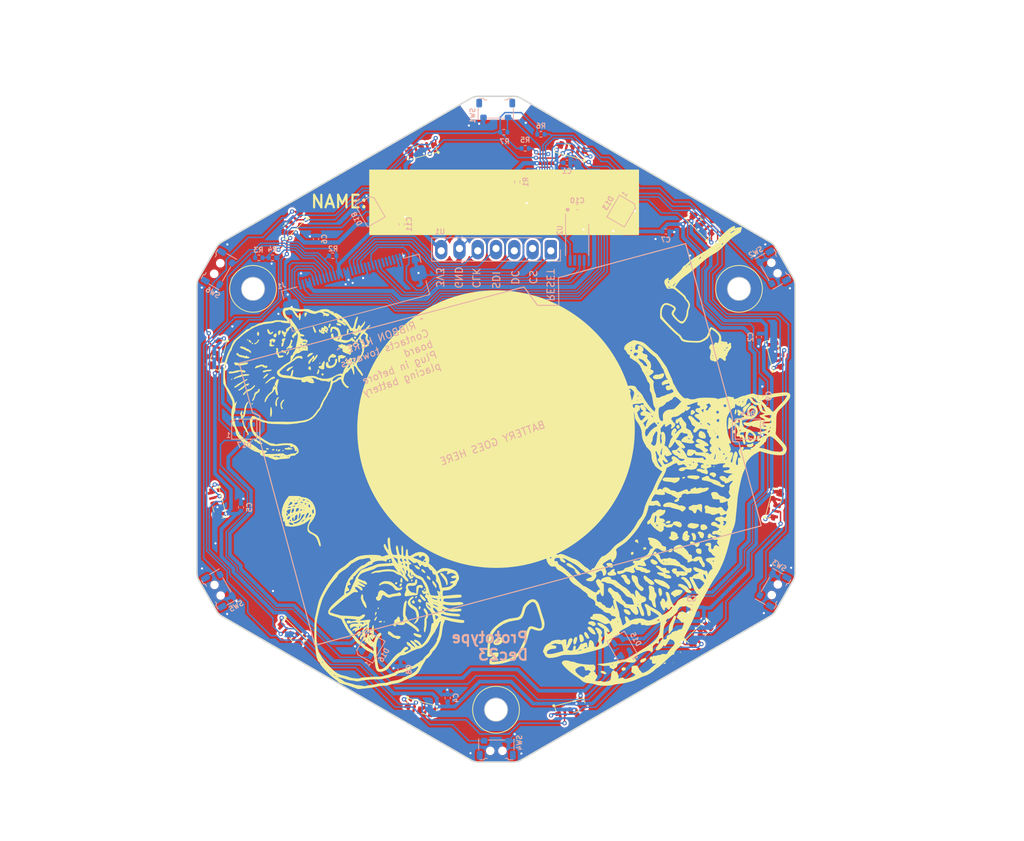
<source format=kicad_pcb>
(kicad_pcb (version 20221018) (generator pcbnew)
  (layers (0 "F.Cu" signal) (31 "B.Cu" signal) (34 "B.Paste" user) (35 "F.Paste" user) (36 "B.SilkS" user "B.Silkscreen") (37 "F.SilkS" user "F.Silkscreen") (38 "B.Mask" user) (39 "F.Mask" user) (44 "Edge.Cuts" user))
  (net 0 "")
  (net 1 "Net-(D1-DOUT)")
  (net 2 "Net-(D10-DIN)")
  (net 3 "GND")
  (net 4 "Net-(D13-DOUT)")
  (net 5 "Net-(D14-DOUT)")
  (net 6 "Net-(D15-DOUT)")
  (net 7 "Net-(D16-DOUT)")
  (net 8 "Net-(D17-DOUT)")
  (net 9 "Net-(D2-DOUT)")
  (net 10 "Net-(D3-DOUT)")
  (net 11 "Net-(D4-DOUT)")
  (net 12 "Net-(D5-DOUT)")
  (net 13 "Net-(D6-DOUT)")
  (net 14 "Net-(D7-DOUT)")
  (net 15 "Net-(D8-DOUT)")
  (net 16 "Net-(D10-DOUT)")
  (net 17 "Net-(D11-DOUT)")
  (net 18 "Net-(D12-DOUT)")
  (net 19 "/VBAT_SW")
  (net 20 "/ESPRX")
  (net 21 "/ESPTX")
  (net 22 "/ESPRESET")
  (net 23 "/ESPBL")
  (net 24 "/SCL")
  (net 25 "/SDA")
  (net 26 "/LS2")
  (net 27 "Net-(D1-DIN)")
  (net 28 "/LS1")
  (net 29 "/HS4")
  (net 30 "/HS3")
  (net 31 "/HS2")
  (net 32 "/HS1")
  (net 33 "/3V3")
  (net 34 "/BTN6")
  (net 35 "/BTN5")
  (net 36 "/BTN4")
  (net 37 "/BTN3")
  (net 38 "/BTN2")
  (net 39 "/BTN1")
  (net 40 "/LED_DATA")
  (footprint "tildagon:SK6805SIDE-S" (layer "F.Cu") (at 71.715729 128.284271 135)
    (fp_text reference "D8" hide)
    (fp_text value "SK68xx-EC3210x")
  )
  (footprint "tildagon:SK6805SIDE-S" (layer "F.Cu") (at 71.715729 71.715729 45)
    (fp_text reference "D11" hide)
    (fp_text value "SK68xx-EC3210x")
  )
  (footprint "tildagon:SK6805SIDE-S" (layer "F.Cu") (at 61.362967 110.352762 105)
    (fp_text reference "D9" hide)
    (fp_text value "SK68xx-EC3210x")
  )
  (footprint "tildagon:SK6805SIDE-S" (layer "F.Cu") (at 110.352762 61.362967 -15)
    (fp_text reference "D1" hide)
    (fp_text value "SK68xx-EC3210x")
  )
  (footprint "tildagon:SK6805SIDE-S" (layer "F.Cu") (at 128.284271 71.715729 -45)
    (fp_text reference "D2" hide)
    (fp_text value "SK68xx-EC3210x")
  )
  (footprint "tildagon:SK6805SIDE-S" (layer "F.Cu") (at 89.647238 61.362967 15)
    (fp_text reference "D12" hide)
    (fp_text value "SK68xx-EC3210x")
  )
  (footprint "tildagon:SK6805SIDE-S" (layer "F.Cu") (at 110.352762 138.637033 -165)
    (fp_text reference "D6" hide)
    (fp_text value "SK68xx-EC3210x")
  )
  (footprint "tildagon:cats-silk" (layer "F.Cu") (at 99.35 100.2)
    (fp_text reference "G***" hide)
    (fp_text value "LOGO" hide)
  )
  (footprint "tildagon:SK6805SIDE-S" (layer "F.Cu") (at 61.362967 89.647238 75)
    (fp_text reference "D10" hide)
    (fp_text value "SK68xx-EC3210x")
  )
  (footprint "tildagon:SK6805SIDE-S" (layer "F.Cu") (at 128.284271 128.284271 -135)
    (fp_text reference "D5" hide)
    (fp_text value "SK68xx-EC3210x")
  )
  (footprint "tildagon:SK6805SIDE-S" (layer "F.Cu") (at 89.647238 138.637033 165)
    (fp_text reference "D7" hide)
    (fp_text value "SK68xx-EC3210x")
  )
  (footprint "tildagon:SK6805SIDE-S" (layer "F.Cu") (at 138.637033 89.647238 -75)
    (fp_text reference "D3" hide)
    (fp_text value "SK68xx-EC3210x")
  )
  (footprint "tildagon:SK6805SIDE-S" (layer "F.Cu") (at 138.637033 110.352762 -105)
    (fp_text reference "D4" hide)
    (fp_text value "SK68xx-EC3210x")
  )
  (footprint "Resistor_SMD:R_0402_1005Metric" (layer "B.Cu") (at 68.925 76.175 180)
    (fp_text reference "R4")
    (fp_text value "100k" hide)
  )
  (footprint "tildagon:LED_SK6805_PLCC4_2.4x2.7mm_P1.3mm" (layer "B.Cu") (at 117.5 130.310889 120)
    (fp_text reference "D15")
    (fp_text value "SK6805MICRO-J")
  )
  (footprint "Capacitor_SMD:C_0402_1005Metric" (layer "B.Cu") (at 136.55 87.2 -90)
    (fp_text reference "C2")
    (fp_text value "1u")
  )
  (footprint "Resistor_SMD:R_0402_1005Metric" (layer "B.Cu") (at 101.085 58.725 180)
    (fp_text reference "R7")
    (fp_text value "100k" hide)
  )
  (footprint "Package_SO:TSSOP-8_4.4x3mm_P0.65mm" (layer "B.Cu") (at 111.275 73.675 -90)
    (fp_text reference "U2")
    (fp_text value "24LC00")
  )
  (footprint "Capacitor_SMD:C_0402_1005Metric" (layer "B.Cu") (at 109.85 62.975)
    (fp_text reference "C1")
    (fp_text value "1u")
  )
  (footprint "Capacitor_SMD:C_0402_1005Metric" (layer "B.Cu") (at 136.75 95.4 90)
    (fp_text reference "C9")
    (fp_text value "1u")
  )
  (footprint "Capacitor_SMD:C_0402_1005Metric" (layer "B.Cu") (at 74.975 73.575 90)
    (fp_text reference "C6")
    (fp_text value "1u")
  )
  (footprint "tildagon:sidebutton-1TS003B-1400-3500A-CT" (layer "B.Cu") (at 138.748656 122.325359 60)
    (fp_text reference "SW3")
    (fp_text value "SW_Push")
  )
  (footprint "tildagon:sidebutton-1TS003B-1400-3500A-CT" (layer "B.Cu") (at 138.708656 77.605359 120)
    (fp_text reference "SW2")
    (fp_text value "SW_Push")
  )
  (footprint "Capacitor_SMD:C_0402_1005Metric" (layer "B.Cu") (at 64.55 110.87 90)
    (fp_text reference "C5")
    (fp_text value "1u")
  )
  (footprint "tildagon:Jushuo_AFC01-S30FCC-00_1x30-1MP_P0.50mm_Horizontal" (layer "B.Cu") (at 80.490668 81.066353 -165)
    (fp_text reference "J1")
    (fp_text value "Conn_01x30_MountingPin")
  )
  (footprint "tildagon:LED_SK6805_PLCC4_2.4x2.7mm_P1.3mm" (layer "B.Cu") (at 65 100)
    (fp_text reference "D17")
    (fp_text value "SK6805MICRO-J")
  )
  (footprint "tildagon:sidebutton-1TS003B-1400-3500A-CT" (layer "B.Cu") (at 61.251344 77.674641 -120)
    (fp_text reference "SW6")
    (fp_text value "SW_Push")
  )
  (footprint "tildagon:LED_SK6805_PLCC4_2.4x2.7mm_P1.3mm" (layer "B.Cu") (at 135 100 180)
    (fp_text reference "D14")
    (fp_text value "SK6805MICRO-J")
  )
  (footprint "tildagon:LED_SK6805_PLCC4_2.4x2.7mm_P1.3mm" (layer "B.Cu") (at 82.5 69.689111 -60)
    (fp_text reference "D18")
    (fp_text value "SK6805MICRO-J")
  )
  (footprint "tildagon:LED_SK6805_PLCC4_2.4x2.7mm_P1.3mm" (layer "B.Cu") (at 117.5 69.689111 -120)
    (fp_text reference "D13")
    (fp_text value "SK6805MICRO-J")
  )
  (footprint "Resistor_SMD:R_0402_1005Metric" (layer "B.Cu") (at 106.24 59.025 180)
    (fp_text reference "R6")
    (fp_text value "100k" hide)
  )
  (footprint "Capacitor_SMD:C_0402_1005Metric" (layer "B.Cu") (at 93.275 137.375 90)
    (fp_text reference "C4")
    (fp_text value "1u")
  )
  (footprint "Resistor_SMD:R_0402_1005Metric" (layer "B.Cu") (at 104.05 60.975 180)
    (fp_text reference "R5")
    (fp_text value "100k" hide)
  )
  (footprint "Capacitor_SMD:C_0402_1005Metric" (layer "B.Cu") (at 86.725 133.4 90)
    (fp_text reference "C8")
    (fp_text value "1u")
  )
  (footprint "Capacitor_SMD:C_0402_1005Metric" (layer "B.Cu") (at 86.9 71.52 90)
    (fp_text reference "C11")
    (fp_text value "1u")
  )
  (footprint "Capacitor_SMD:C_0402_1005Metric" (layer "B.Cu") (at 123.6 72.525)
    (fp_text reference "C7")
    (fp_text value "1u")
  )
  (footprint "tildagon:sidebutton-1TS003B-1400-3500A-CT" (layer "B.Cu") (at 99.96 55.28 180)
    (fp_text reference "SW1")
    (fp_text value "SW_Push")
  )
  (footprint "Capacitor_SMD:C_0402_1005Metric" (layer "B.Cu") (at 111.3 69.15)
    (fp_text reference "C10")
    (fp_text value "1u")
  )
  (footprint "Resistor_SMD:R_0402_1005Metric" (layer "B.Cu") (at 67.025 76.175)
    (fp_text reference "R3")
    (fp_text value "100k" hide)
  )
  (footprint "tildagon:LED_SK6805_PLCC4_2.4x2.7mm_P1.3mm" (layer "B.Cu") (at 82.5 130.310889 60)
    (fp_text reference "D16")
    (fp_text value "SK6805MICRO-J")
  )
  (footprint "tildagon:sidebutton-1TS003B-1400-3500A-CT" (layer "B.Cu") (at 100.04 144.72)
    (fp_text reference "SW4")
    (fp_text value "SW_Push")
  )
  (footprint "Resistor_SMD:R_0402_1005Metric" (layer "B.Cu") (at 77.3 75.9)
    (fp_text reference "R2")
    (fp_text value "100k" hide)
  )
  (footprint "tildagon:PinHeader_1x07_P2.54mm_Vertical_LockPads" (layer "B.Cu") (at 100 75.05 180)
    (fp_text reference "U1")
    (fp_text value "~")
  )
  (footprint "tildagon:sidebutton-1TS003B-1400-3500A-CT" (layer "B.Cu") (at 61.291344 122.394641 -60)
    (fp_text reference "SW5")
    (fp_text value "SW_Push")
  )
  (footprint "Resistor_SMD:R_0402_1005Metric" (layer "B.Cu") (at 102.95 65.65 90)
    (fp_text reference "R1")
    (fp_text value "1k")
  )
  (footprint "Capacitor_SMD:C_0402_1005Metric" (layer "B.Cu") (at 127.17 124.75 180)
    (fp_text reference "C3")
    (fp_text value "1u")
  )
  (gr_poly (pts (xy 67.168052 101.520163) (xy 67.175 98.175) (xy 66.14314 97.695139) (xy 64.305874 90.83837) (xy 103.883963 80.233452) (xy 105.775 82.8) (xy 108.725 82.8) (xy 108.670349 78.950944) (xy 126.356949 74.211834) (xy 132.843518 98.420038) (xy 132.9 101.725) (xy 133.749231 101.800206) (xy 136.865003 113.428423) (xy 82.49887 127.995785) (xy 82.075 127.725) (xy 81.738286 128.199583) (xy 74.813927 130.054959)) (stroke (width 0.15)) (fill none) (layer "B.SilkS"))
  (gr_circle (center 109.95 69.5) (end 110.125 69.575) (stroke (width 0.15)) (fill solid) (layer "B.SilkS"))
  (gr_circle (center 100 139) (end 103.25 139) (stroke (width 0.12)) (fill none) (layer "F.SilkS"))
  (gr_circle (center 66.225009 80.5) (end 64.600009 83.314583) (stroke (width 0.12)) (fill none) (layer "F.SilkS"))
  (gr_circle (center 100 100) (end 119.199935 100.75) (stroke (width 0.15)) (fill solid) (layer "F.SilkS"))
  (gr_circle (center 133.774991 80.5) (end 132.149991 77.685417) (stroke (width 0.12)) (fill none) (layer "F.SilkS"))
  (gr_rect (start 82.45 64) (end 119.8 72.95) (stroke (width 0.15)) (fill solid) (layer "F.SilkS"))
  (gr_circle (center 133.774991 80.5) (end 132.974991 79.114359) (stroke (width 0.1)) (fill none) (layer "Edge.Cuts"))
  (gr_line (start 138.8372 74.7321) (end 141.3013 79) (stroke (width 0.2)) (layer "Edge.Cuts"))
  (gr_arc (start 138.1051 74.000049) (mid 138.519315 74.317885) (end 138.837151 74.7321) (stroke (width 0.2)) (layer "Edge.Cuts"))
  (gr_line (start 96.5359 54) (end 61.8949 74) (stroke (width 0.2)) (layer "Edge.Cuts"))
  (gr_line (start 58.6987 121) (end 61.1628 125.2679) (stroke (width 0.2)) (layer "Edge.Cuts"))
  (gr_line (start 97.5359 146.2679) (end 102.4641 146.2679) (stroke (width 0.2)) (layer "Edge.Cuts"))
  (gr_arc (start 58.4308 80) (mid 58.498948 79.482362) (end 58.698749 79) (stroke (width 0.2)) (layer "Edge.Cuts"))
  (gr_line (start 103.4641 146) (end 138.1051 126) (stroke (width 0.2)) (layer "Edge.Cuts"))
  (gr_line (start 141.5692 120) (end 141.5692 80) (stroke (width 0.2)) (layer "Edge.Cuts"))
  (gr_arc (start 102.4641 53.7321) (mid 102.981738 53.800248) (end 103.4641 54.000049) (stroke (width 0.2)) (layer "Edge.Cuts"))
  (gr_line (start 61.8949 126) (end 96.5359 146) (stroke (width 0.2)) (layer "Edge.Cuts"))
  (gr_line (start 58.6987 79) (end 61.1628 74.7321) (stroke (width 0.2)) (layer "Edge.Cuts"))
  (gr_line (start 103.4641 54) (end 138.1051 74) (stroke (width 0.2)) (layer "Edge.Cuts"))
  (gr_arc (start 58.698749 121) (mid 58.498948 120.517638) (end 58.4308 120) (stroke (width 0.2)) (layer "Edge.Cuts"))
  (gr_arc (start 138.837151 125.2679) (mid 138.519314 125.682114) (end 138.1051 125.999951) (stroke (width 0.2)) (layer "Edge.Cuts"))
  (gr_circle (center 66.225009 80.5) (end 65.425009 81.885641) (stroke (width 0.1)) (fill none) (layer "Edge.Cuts"))
  (gr_line (start 97.5359 53.7321) (end 102.4641 53.7321) (stroke (width 0.2)) (layer "Edge.Cuts"))
  (gr_arc (start 97.5359 146.2679) (mid 97.018262 146.199752) (end 96.5359 145.999951) (stroke (width 0.2)) (layer "Edge.Cuts"))
  (gr_arc (start 96.5359 54.000049) (mid 97.018262 53.800248) (end 97.5359 53.7321) (stroke (width 0.2)) (layer "Edge.Cuts"))
  (gr_arc (start 141.301251 79) (mid 141.501053 79.482362) (end 141.5692 80) (stroke (width 0.2)) (layer "Edge.Cuts"))
  (gr_arc (start 103.4641 145.999951) (mid 102.981738 146.199752) (end 102.4641 146.2679) (stroke (width 0.2)) (layer "Edge.Cuts"))
  (gr_circle (center 100 139) (end 101.6 139) (stroke (width 0.1)) (fill none) (layer "Edge.Cuts"))
  (gr_arc (start 61.8949 125.999951) (mid 61.480686 125.682114) (end 61.162849 125.2679) (stroke (width 0.2)) (layer "Edge.Cuts"))
  (gr_line (start 58.4308 80) (end 58.4308 120) (stroke (width 0.2)) (layer "Edge.Cuts"))
  (gr_arc (start 141.5692 120) (mid 141.501052 120.517638) (end 141.301251 121) (stroke (width 0.2)) (layer "Edge.Cuts"))
  (gr_arc (start 61.162849 74.7321) (mid 61.480686 74.317886) (end 61.8949 74.000049) (stroke (width 0.2)) (layer "Edge.Cuts"))
  (gr_line (start 138.8372 125.2679) (end 141.3013 121) (stroke (width 0.2)) (layer "Edge.Cuts"))
  (gr_text "BATTERY GOES HERE" (at 107.05 99.825 20) (layer "B.SilkS") (effects (font (size 1 1)) (justify left bottom mirror)))
  (gr_text "GND" (at 94.2 80.55 270) (layer "B.SilkS") (effects (font (size 1 1)) (justify left bottom mirror)))
  (gr_text "SDI" (at 99.4 80.6 270) (layer "B.SilkS") (effects (font (size 1 1)) (justify left bottom mirror)))
  (gr_text "3V3" (at 91.6 80.4 -90) (layer "B.SilkS") (effects (font (size 1 1)) (justify left bottom mirror)))
  (gr_text "RESET" (at 106.95 82.35 270) (layer "B.SilkS") (effects (font (size 1 1)) (justify left bottom mirror)))
  (gr_text "^ RIBBON HERE ^\nContacts towards\nboard\nPlug in before\nplacing battery" (at 92.575 91.625 20) (layer "B.SilkS") (effects (font (size 1 1)) (justify left bottom mirror)))
  (gr_text "CS" (at 104.55 79.95 270) (layer "B.SilkS") (effects (font (size 1 1)) (justify left bottom mirror)))
  (gr_text "Prototype\nDec23" (at 104.65 132.25) (layer "B.SilkS") (effects (font (size 1.5 1.5) (thickness 0.3) bold) (justify left bottom mirror)))
  (gr_text "CLK" (at 96.65 80.5 270) (layer "B.SilkS") (effects (font (size 1 1)) (justify left bottom mirror)))
  (gr_text "DC" (at 102.05 80 270) (layer "B.SilkS") (effects (font (size 1 1)) (justify left bottom mirror)))
  (gr_text "NAME:" (at 74.1 69.4) (layer "F.SilkS") (effects (font (size 1.75 1.75) (thickness 0.3) bold) (justify left bottom)))
  (segment (start 111.399801 61.761517) (end 111.399801 61.125882) (width 0.2) (layer "F.Cu") (net 1))
  (segment (start 129.949507 72.744569) (end 129.949507 74.025493) (width 0.2) (layer "F.Cu") (net 1))
  (segment (start 129.949507 74.025493) (end 129.925 74.05) (width 0.2) (layer "F.Cu") (net 1))
  (segment (start 112.879725 62.869847) (end 112.508131 62.869847) (width 0.2) (layer "F.Cu") (net 1))
  (segment (start 112.508131 62.869847) (end 111.399801 61.761517) (width 0.2) (layer "F.Cu") (net 1))
  (via (at 129.925 74.05) (size 0.6) (drill 0.3) (layers "F.Cu" "B.Cu") (net 1))
  (via (at 112.879725 62.869847) (size 0.6) (drill 0.3) (layers "F.Cu" "B.Cu") (net 1))
  (segment (start 129.675 72.375) (end 129.675 73.8) (width 0.2) (layer "B.Cu") (net 1))
  (segment (start 115.557843 63.482843) (end 119.8 67.725) (width 0.2) (layer "B.Cu") (net 1))
  (segment (start 126.9 69.6) (end 129.675 72.375) (width 0.2) (layer "B.Cu") (net 1))
  (segment (start 113.492721 63.482843) (end 115.557843 63.482843) (width 0.2) (layer "B.Cu") (net 1))
  (segment (start 112.879725 62.869847) (end 113.492721 63.482843) (width 0.2) (layer "B.Cu") (net 1))
  (segment (start 122.609315 67.725) (end 124.484314 69.6) (width 0.2) (layer "B.Cu") (net 1))
  (segment (start 124.484314 69.6) (end 126.9 69.6) (width 0.2) (layer "B.Cu") (net 1))
  (segment (start 129.675 73.8) (end 129.925 74.05) (width 0.2) (layer "B.Cu") (net 1))
  (segment (start 119.8 67.725) (end 122.609315 67.725) (width 0.2) (layer "B.Cu") (net 1))
  (segment (start 61.575 109.325) (end 61.2 109.325) (width 0.2) (layer "F.Cu") (net 2))
  (segment (start 61.2 109.325) (end 60.960458 109.564542) (width 0.2) (layer "F.Cu") (net 2))
  (segment (start 61.884319 87.690681) (end 62.175 87.4) (width 0.2) (layer "F.Cu") (net 2))
  (segment (start 60.960458 109.564542) (end 60.634126 109.564542) (width 0.2) (layer "F.Cu") (net 2))
  (segment (start 61.421351 87.690681) (end 61.884319 87.690681) (width 0.2) (layer "F.Cu") (net 2))
  (via (at 61.575 109.325) (size 0.6) (drill 0.3) (layers "F.Cu" "B.Cu") (net 2))
  (via (at 62.175 87.4) (size 0.6) (drill 0.3) (layers "F.Cu" "B.Cu") (net 2))
  (segment (start 60.175 88.575) (end 60.175 89.55) (width 0.2) (layer "B.Cu") (net 2))
  (segment (start 62.175 87.4) (end 61.35 87.4) (width 0.2) (layer "B.Cu") (net 2))
  (segment (start 60.175 107.925) (end 61.575 109.325) (width 0.2) (layer "B.Cu") (net 2))
  (segment (start 60.175 89.55) (end 60.175 107.925) (width 0.2) (layer "B.Cu") (net 2))
  (segment (start 61.35 87.4) (end 60.175 88.575) (width 0.2) (layer "B.Cu") (net 2))
  (segment (start 60.931768 89.818232) (end 60.85 89.9) (width 0.2) (layer "F.Cu") (net 3))
  (segment (start 79.5 79.25) (end 73.8 79.25) (width 0.6) (layer "F.Cu") (net 3))
  (segment (start 94.92 76.455) (end 94.92 74.923) (width 0.6) (layer "F.Cu") (net 3))
  (segment (start 60.931768 89.324643) (end 60.931768 89.818232) (width 0.2) (layer "F.Cu") (net 3))
  (segment (start 60.82824 110.288986) (end 60.82824 110.40324) (width 0.2) (layer "F.Cu") (net 3))
  (segment (start 110.75324 139.17176) (end 110.85 139.075) (width 0.2) (layer "F.Cu") (net 3))
  (segment (start 128.779246 71.570754) (end 128.125 72.225) (width 0.2) (layer "F.Cu") (net 3))
  (segment (start 139.17176 89.711014) (end 139.17176 89.59676) (width 0.2) (layer "F.Cu") (net 3))
  (segment (start 82.85 75.9) (end 79.5 79.25) (width 0.6) (layer "F.Cu") (net 3))
  (segment (start 89.225 78.3) (end 93.075 78.3) (width 0.6) (layer "F.Cu") (net 3))
  (segment (start 71.821403 128.496403) (end 71.975 128.65) (width 0.2) (layer "F.Cu") (net 3))
  (segment (start 89.324643 139.068232) (end 89.731768 139.068232) (width 0.2) (layer "F.Cu") (net 3))
  (segment (start 71.503597 71.220754) (end 70.954246 71.220754) (width 0.2) (layer "F.Cu") (net 3))
  (segment (start 128.496403 128.779246) (end 128.496403 128.371403) (width 0.2) (layer "F.Cu") (net 3))
  (segment (start 87.15 75.9) (end 82.85 75.9) (width 0.6) (layer "F.Cu") (net 3))
  (segment (start 89.225 78.3) (end 89.225 77.975) (width 0.6) (layer "F.Cu") (net 3))
  (segment (start 128.779246 71.503597) (end 128.779246 71.570754) (width 0.2) (layer "F.Cu") (net 3))
  (segment (start 71.220754 128.496403) (end 71.821403 128.496403) (width 0.2) (layer "F.Cu") (net 3))
  (segment (start 89.711014 61.436014) (end 89.975 61.7) (width 0.2) (layer "F.Cu") (net 3))
  (segment (start 110.675357 61.499643) (end 110.375 61.8) (width 0.2) (layer "F.Cu") (net 3))
  (segment (start 89.731768 139.068232) (end 90.35 138.45) (width 0.2) (layer "F.Cu") (net 3))
  (segment (start 110.288986 139.17176) (end 110.75324 139.17176) (width 0.2) (layer "F.Cu") (net 3))
  (segment (start 139.17176 89.59676) (end 138.8 89.225) (width 0.2) (layer "F.Cu") (net 3))
  (segment (start 70.954246 71.220754) (end 70.75 71.425) (width 0.2) (layer "F.Cu") (net 3))
  (segment (start 128.496403 128.371403) (end 127.775 127.65) (width 0.2) (layer "F.Cu") (net 3))
  (segment (start 89.225 77.975) (end 87.15 75.9) (width 0.6) (layer "F.Cu") (net 3))
  (segment (start 60.82824 110.40324) (end 61.275 110.85) (width 0.2) (layer "F.Cu") (net 3))
  (segment (start 89.711014 60.82824) (end 89.711014 61.436014) (width 0.2) (layer "F.Cu") (net 3))
  (segment (start 110.675357 60.931768) (end 110.675357 61.499643) (width 0.2) (layer "F.Cu") (net 3))
  (segment (start 73.8 79.25) (end 72.9 78.35) (width 0.6) (layer "F.Cu") (net 3))
  (segment (start 93.075 78.3) (end 94.92 76.455) (width 0.6) (layer "F.Cu") (net 3))
  (via (at 62.65 74.325) (size 0.6) (drill 0.3) (layers "F.Cu" "B.Cu") (net 3))
  (via (at 102.6 142.4) (size 0.6) (drill 0.3) (layers "F.Cu" "B.Cu") (net 3))
  (via (at 135.95 75.9) (size 0.6) (drill 0.3) (layers "F.Cu" "B.Cu") (net 3))
  (via (at 80.4 130.2) (size 0.6) (drill 0.3) (layers "F.Cu" "B.Cu") (net 3))
  (via (at 89.225 78.3) (size 0.6) (drill 0.3) (layers "F.Cu" "B.Cu") (net 3))
  (via (at 61 115.875) (size 0.6) (drill 0.3) (layers "F.Cu" "B.Cu") (net 3))
  (via (at 60.85 89.9) (size 0.6) (drill 0.3) (layers "F.Cu" "B.Cu") (net 3))
  (via (at 81.525 79) (size 0.6) (drill 0.3) (layers "F.Cu" "B.Cu") (net 3))
  (via (at 71.975 128.65) (size 0.6) (drill 0.3) (layers "F.Cu" "B.Cu") (net 3))
  (via (at 116.3 72.475) (size 0.6) (drill 0.3) (layers "F.Cu" "B.Cu") (net 3))
  (via (at 138.8 89.225) (size 0.6) (drill 0.3) (layers "F.Cu" "B.Cu") (net 3))
  (via (at 68.8 77) (size 0.6) (drill 0.3) (layers "F.Cu" "B.Cu") (net 3))
  (via (at 138.225 118.95) (size 0.6) (drill 0.3) (layers "F.Cu" "B.Cu") (net 3))
  (via (at 87.375 70.45) (size 0.6) (drill 0.3) (layers "F.Cu" "B.Cu") (net 3))
  (via (at 72.9 78.35) (size 0.6) (drill 0.3) (layers "F.Cu" "B.Cu") (net 3))
  (via (at 103.525 145.1) (size 0.6) (drill 0.3) (layers "F.Cu" "B.Cu") (net 3))
  (via (at 59.125 119.375) (size 0.6) (drill 0.3) (layers "F.Cu" "B.Cu") (net 3))
  (via (at 74.125 73.2) (size 0.6) (drill 0.3) (layers "F.Cu" "B.Cu") (net 3))
  (via (at 122.175 73.575) (size 0.6) (drill 0.3) (layers "F.Cu" "B.Cu") (net 3))
  (via (at 124.775 72.6) (size 0.6) (drill 0.3) (layers "F.Cu" "B.Cu") (net 3))
  (via (at 97.65 57.55) (size 0.6) (drill 0.3) (layers "F.Cu" "B.Cu") (net 3))
  (via (at 79.5 79.25) (size 0.6) (drill 0.3) (layers "F.Cu" "B.Cu") (net 3))
  (via (at 96.45 145.05) (size 0.6) (drill 0.3) (layers "F.Cu" "B.Cu") (net 3))
  (via (at 116.55 131.875) (size 0.6) (drill 0.3) (layers "F.Cu" "B.Cu") (net 3))
  (via (at 89.975 61.7) (size 0.6) (drill 0.3) (layers "F.Cu" "B.Cu") (net 3))
  (via (at 71.6 83.025) (size 0.6) (drill 0.3) (layers "F.Cu" "B.Cu") (net 3))
  (via (at 63.35 85.725) (size 0.6) (drill 0.3) (layers "F.Cu" "B.Cu") (net 3))
  (via (at 70.75 71.425) (size 0.6) (drill 0.3) (layers "F.Cu" "B.Cu") (net 3))
  (via (at 141.025 119.275) (size 0.6) (drill 0.3) (layers "F.Cu" "B.Cu") (net 3))
  (via (at 136.475 88.475) (size 0.6) (drill 0.3) (layers "F.Cu" "B.Cu") (net 3))
  (via (at 119.3 69.7) (size 0.6) (drill 0.3) (layers "F.Cu" "B.Cu") (net 3))
  (via (at 93.225 136.225) (size 0.6) (drill 0.3) (layers "F.Cu" "B.Cu") (net 3))
  (via (at 104.125 57.425) (size 0.6) (drill 0.3) (layers "F.Cu" "B.Cu") (net 3))
  (via (at 80.075 79.675) (size 0.6) (drill 0.3) (layers "F.Cu" "B.Cu") (net 3))
  (via (at 137.025 100.825) (size 0.6) (drill 0.3) (layers "F.Cu" "B.Cu") (net 3))
  (via (at 110.85 139.075) (size 0.6) (drill 0.3) (layers "F.Cu" "B.Cu") (net 3))
  (via (at 85.75 133.225) (size 0.6) (drill 0.3) (layers "F.Cu" "B.Cu") (net 3))
  (via (at 128.125 72.225) (size 0.6) (drill 0.3) (layers "F.Cu" "B.Cu") (net 3))
  (via (at 82 67.575) (size 0.6) (drill 0.3) (layers "F.Cu" "B.Cu") (net 3))
  (via (at 59.1 80.325) (size 0.6) (drill 0.3) (layers "F.Cu" "B.Cu") (net 3))
  (via (at 137.225 125.575) (size 0.6) (drill 0.3) (layers "F.Cu" "B.Cu") (net 3))
  (via (at 112.175 72.25) (size 0.6) (drill 0.3) (layers "F.Cu" "B.Cu") (net 3))
  (via (at 126.975 75.875) (size 0.6) (drill 0.3) (layers "F.Cu" "B.Cu") (net 3))
  (via (at 96.225 57.8) (size 0.6) (drill 0.3) (layers "F.Cu" "B.Cu") (net 3))
  (via (at 63.925 123.9) (size 0.6) (drill 0.3) (layers "F.Cu" "B.Cu") (net 3))
  (via (at 62.625 125.7) (size 0.6) (drill 0.3) (layers "F.Cu" "B.Cu") (net 3))
  (via (at 61.1 80.9) (size 0.6) (drill 0.3) (layers "F.Cu" "B.Cu") (net 3))
  (via (at 137.425 74.325) (size 0.6) (drill 0.3) (layers "F.Cu" "B.Cu") (net 3))
  (via (at 126.675 125.5) (size 0.6) (drill 0.3) (layers "F.Cu" "B.Cu") (net 3))
  (via (at 104.275 68.575) (size 0.6) (drill 0.3) (layers "F.Cu" "B.Cu") (net 3))
  (via (at 137.015 94.075) (size 0.6) (drill 0.3) (layers "F.Cu" "B.Cu") (net 3))
  (via (at 69.75 83.975) (size 0.6) (drill 0.3) (layers "F.Cu" "B.Cu") (net 3))
  (via (at 69 122.5) (size 0.6) (drill 0.3) (layers "F.Cu" "B.Cu") (net 3))
  (via (at 127.775 127.65) (size 0.6) (drill 0.3) (layers "F.Cu" "B.Cu") (net 3))
  (via (at 110.85 63.7505) (size 0.6) (drill 0.3) (layers "F.Cu" "B.Cu") (net 3))
  (via (at 90.35 138.45) (size 0.6) (drill 0.3) (layers "F.Cu" "B.Cu") (net 3))
  (via (at 61.275 110.85) (size 0.6) (drill 0.3) (layers "F.Cu" "B.Cu") (net 3))
  (via (at 62.06 89.6) (size 0.6) (drill 0.3) (layers "F.Cu" "B.Cu") (net 3))
  (via (at 64.875 109.675) (size 0.6) (drill 0.3) (layers "F.Cu" "B.Cu") (net 3))
  (via (at 79.1 79.875) (size 0.6) (drill 0.3) (layers "F.Cu" "B.Cu") (net 3))
  (via (at 71.05 81.3) (size 0.6) (drill 0.3) (layers "F.Cu" "B.Cu") (net 3))
  (via (at 87.15 75.9) (size 0.6) (drill 0.3) (layers "F.Cu" "B.Cu") (net 3))
  (via (at 110.375 61.8) (size 0.6) (drill 0.3) (layers "F.Cu" "B.Cu") (net 3))
  (via (at 64.05 98.55) (size 0.6) (drill 0.3) (layers "F.Cu" "B.Cu") (net 3))
  (via (at 140.85 80.425) (size 0.6) (drill 0.3) (layers "F.Cu" "B.Cu") (net 3))
  (segment (start 63.35378 123.166884) (end 63.35378 123.32878) (width 0.2) (layer "B.Cu") (net 3))
  (segment (start 82.141512 78.383488) (end 81.525 79) (width 0.2) (layer "B.Cu") (net 3))
  (segment (start 82.562917 68.137917) (end 82 67.575) (width 0.2) (layer "B.Cu") (net 3))
  (segment (start 110.375 61.8) (end 110.375 62.175) (width 0.2) (layer "B.Cu") (net 3))
  (segment (start 82.141512 78.353449) (end 81.908488 77.596551) (width 0.2) (layer "B.Cu") (net 3))
  (segment (start 74.1 78.3) (end 72.95 78.3) (width 0.2) (layer "B.Cu") (net 3))
  (segment (start 110.375 62.175) (end 110.975 62.775) (width 0.2) (layer "B.Cu") (net 3))
  (segment (start 137.015 94.075) (end 136.75 94.34) (width 0.2) (layer "B.Cu") (net 3))
  (segment (start 110.975 63.6255) (end 110.85 63.7505) (width 0.2) (layer "B.Cu") (net 3))
  (segment (start 82.562917 68.498086) (end 82.562917 68.137917) (width 0.2) (layer "B.Cu") (net 3))
  (segment (start 136.64622 76.833116) (end 136.64622 76.59622) (width 0.2) (layer "B.Cu") (net 3))
  (segment (start 136.64622 76.59622) (end 135.95 75.9) (width 0.2) (layer "B.Cu") (net 3))
  (segment (start 72.95 78.3) (end 72.9 78.35) (width 0.2) (layer "B.Cu") (net 3))
  (segment (start 136 100.65) (end 136.85 100.65) (width 0.2) (layer "B.Cu") (net 3))
  (segment (start 64 99.35) (end 64 98.6) (width 0.2) (layer "B.Cu") (net 3))
  (segment (start 118.748086 69.148086) (end 119.3 69.7) (width 0.2) (layer "B.Cu") (net 3))
  (segment (start 103.935 78.59) (end 106.4 76.125) (width 0.2) (layer "B.Cu") (net 3))
  (segment (start 86.9 71.04) (end 86.9 70.925) (width 0.2) (layer "B.Cu") (net 3))
  (segment (start 79.5 79.25) (end 79.45 79.175) (width 0.6) (layer "B.Cu") (net 3))
  (segment (start 61.1 80.9) (end 61.1 80.360664) (width 0.2) (layer "B.Cu") (net 3))
  (segment (start 72.9 78.35) (end 72.5 78.75) (width 0.2) (layer "B.Cu") (net 3))
  (segment (start 98.26 56.68) (end 98.26 56.94) (width 0.2) (layer "B.Cu") (net 3))
  (segment (start 89.206741 78.318259) (end 89.225 78.3) (width 0.2) (layer "B.Cu") (net 3))
  (segment (start 89.201214 78.318259) (end 89.206741 78.318259) (width 0.2) (layer "B.Cu") (net 3))
  (segment (start 124.7 72.525) (end 124.775 72.6) (width 0.2) (layer "B.Cu") (net 3))
  (segment (start 89.201214 78.318259) (end 89.472955 78.59) (width 0.2) (layer "B.Cu") (net 3))
  (segment (start 101.74 143.26) (end 102.6 142.4) (width 0.2) (layer "B.Cu") (net 3))
  (segment (start 81.437083 130.851914) (end 81.051914 130.851914) (width 0.2) (layer "B.Cu") (net 3))
  (segment (start 86.42 133.225) (end 86.725 132.92) (width 0.2) (layer "B.Cu") (net 3))
  (segment (start 110.975 62.925) (end 110.975 63.6255) (width 0.2) (layer "B.Cu") (net 3))
  (segment (start 110.925 62.975) (end 110.975 62.925) (width 0.2) (layer "B.Cu") (net 3))
  (segment (start 106.4 76.125) (end 106.4 73.825) (width 0.2) (layer "B.Cu") (net 3))
  (segment (start 126.69 125.485) (end 126.675 125.5) (width 0.2) (layer "B.Cu") (net 3))
  (segment (start 74.87 73.2) (end 74.125 73.2) (width 0.2) (layer "B.Cu") (net 3))
  (segment (start 85.75 133.225) (end 86.42 133.225) (width 0.2) (layer "B.Cu") (net 3))
  (segment (start 136.75 94.34) (end 136.75 94.92) (width 0.2) (layer "B.Cu") (net 3))
  (segment (start 136.475 88.475) (end 136.475 87.755) (width 0.2) (layer "B.Cu") (net 3))
  (segment (start 81.051914 130.851914) (end 80.4 130.2) (width 0.2) (layer "B.Cu") (net 3))
  (segment (start 64.55 110) (end 64.875 109.675) (width 0.2) (layer "B.Cu") (net 3))
  (segment (start 96.843 73) (end 94.92 74.923) (width 0.2) (layer "B.Cu") (net 3))
  (segment (start 138.38622 120.153116) (end 138.38622 119.11122) (width 0.2) (layer "B.Cu") (net 3))
  (segment (start 71.573067 83.041706) (end 71.583294 83.041706) (width 0.2) (layer "B.Cu") (net 3))
  (segment (start 105.575 73) (end 96.843 73) (width 0.2) (layer "B.Cu") (net 3))
  (segment (start 124.08 72.525) (end 124.7 72.525) (width 0.2) (layer "B.Cu") (net 3))
  (segment (start 118.562917 69.148086) (end 118.748086 69.148086) (width 0.2) (layer "B.Cu") (net 3))
  (segment (start 110.975 62.775) (end 110.975 62.925) (width 0.2) (layer "B.Cu") (net 3))
  (segment (start 61.1 80.360664) (end 61.61378 79.846884) (width 0.2) (layer "B.Cu") (net 3))
  (segment (start 126.69 124.75) (end 126.69 125.485) (width 0.2) (layer "B.Cu") (net 3))
  (segment (start 72.5 78.75) (end 72.5 79.175) (width 0.2) (layer "B.Cu") (net 3))
  (segment (start 71.583294 83.041706) (end 71.6 83.025) (width 0.2) (layer "B.Cu") (net 3))
  (segment (start 112.25 70.8125) (end 112.175 70.8875) (width 0.2) (layer "B.Cu") (net 3))
  (segment (start 111.78 69.15) (end 112.25 69.62) (width 0.2) (layer "B.Cu") (net 3))
  (segment (start 72.5 79.175) (end 72.754506 80.189221) (width 0.2) (layer "B.Cu") (net 3))
  (segment (start 136.475 87.755) (end 136.55 87.68) (width 0.2) (layer "B.Cu") (net 3))
  (segment (start 136.85 100.65) (end 137.025 100.825) (width 0.2) (layer "B.Cu") (net 3))
  (segment (start 64 98.6) (end 64.05 98.55) (width 0.2) (layer "B.Cu") (net 3))
  (segment (start 101.74 143.32) (end 101.74 143.26) (width 0.2) (layer "B.Cu") (net 3))
  (segment (start 79.2 78.223536) (end 79.476172 78.149536) (width 0.2) (layer "B.Cu") (net 3))
  (segment (start 89.472955 78.59) (end 103.935 78.59) (width 0.2) (layer "B.Cu") (net 3))
  (segment (start 79.2 78.223536) (end 79.5 79.25) (width 0.6) (layer "B.Cu") (net 3))
  (segment (start 138.38622 119.11122) (end 138.225 118.95) (width 0.2) (layer "B.Cu") (net 3))
  (segment (start 106.4 73.825) (end 105.575 73) (width 0.2) (layer "B.Cu") (net 3))
  (segment (start 82.141512 78.353449) (end 82.141512 78.383488) (width 0.2) (layer "B.Cu") (net 3))
  (segment (start 86.720616 76.208393) (end 86.841607 76.208393) (width 0.2) (layer "B.Cu") (net 3))
  (segment (start 63.35378 123.32878) (end 63.925 123.9) (width 0.2) (layer "B.Cu") (net 3))
  (segment (start 98.26 56.94) (end 97.65 57.55) (width 0.2) (layer "B.Cu") (net 3))
  (segment (start 116.923086 131.501914) (end 116.55 131.875) (width 0.2) (layer "B.Cu") (net 3))
  (segment (start 86.841607 76.208393) (end 87.15 75.9) (width 0.2) (layer "B.Cu") (net 3))
  (segment (start 86.237653 76.337802) (end 86.591207 76.337802) (width 0.2) (layer "B.Cu") (net 3))
  (segment (start 86.591207 76.337802) (end 86.720616 76.208393) (width 0.2) (layer "B.Cu") (net 3))
  (segment (start 110.33 62.975) (end 110.925 62.975) (width 0.2) (layer "B.Cu") (net 3))
  (segment (start 74.45 78.65) (end 74.1 78.3) (width 0.2) (layer "B.Cu") (net 3))
  (segment (start 86.9 70.925) (end 87.375 70.45) (width 0.2) (layer "B.Cu") (net 3))
  (segment (start 74.704506 79.664221) (end 74.45 78.65) (width 0.2) (layer "B.Cu") (net 3))
  (segment (start 93.275 136.895) (end 93.275 136.275) (width 0.2) (layer "B.Cu") (net 3))
  (segment (start 64.55 110.39) (end 64.55 110) (width 0.2) (layer "B.Cu") (net 3))
  (segment (start 112.25 69.62) (end 112.25 70.8125) (width 0.2) (layer "B.Cu") (net 3))
  (segment (start 78.993209 78.278945) (end 79.2 78.223536) (width 0.2) (layer "B.Cu") (net 3))
  (segment (start 112.175 70.8875) (end 112.175 72.25) (width 0.2) (layer "B.Cu") (net 3))
  (segment (start 74.975 73.095) (end 74.87 73.2) (width 0.2) (layer "B.Cu") (net 3))
  (segment (start 117.437083 131.501914) (end 116.923086 131.501914) (width 0.2) (layer "B.Cu") (net 3))
  (segment (start 93.275 136.275) (end 93.225 136.225) (width 0.2) (layer "B.Cu") (net 3))
  (segment (start 137.75 93.34196) (end 137.75 96.516016) (width 0.2) (layer "B.Cu") (net 4))
  (segment (start 136.6 92.19196) (end 137.75 93.34196) (width 0.2) (layer "B.Cu") (net 4))
  (segment (start 135.8 85.825) (end 135.8 88.59196) (width 0.2) (layer "B.Cu") (net 4))
  (segment (start 129.125 75.75) (end 129.125 77.282504) (width 0.2) (layer "B.Cu") (net 4))
  (segment (start 123.01 69.96) (end 125.26 69.96) (width 0.2) (layer "B.Cu") (net 4))
  (segment (start 117.437083 68.498086) (end 117.803108 68.132061) (width 0.2) (layer "B.Cu") (net 4))
  (segment (start 135.24 99.026016) (end 135.24 99.41) (width 0.2) (layer "B.Cu") (net 4))
  (segment (start 128.63 77.777504) (end 128.63 82.551248) (width 0.2) (layer "B.Cu") (net 4))
  (segment (start 136.6 89.39196) (end 136.6 92.19196) (width 0.2) (layer "B.Cu") (net 4))
  (segment (start 137.75 96.516016) (end 135.24 99.026016) (width 0.2) (layer "B.Cu") (net 4))
  (segment (start 126.64 71.34) (end 126.64 73.265) (width 0.2) (layer "B.Cu") (net 4))
  (segment (start 135.385 85.41) (end 135.8 85.825) (width 0.2) (layer "B.Cu") (net 4))
  (segment (start 131.488752 85.41) (end 135.385 85.41) (width 0.2) (layer "B.Cu") (net 4))
  (segment (start 128.63 82.551248) (end 131.488752 85.41) (width 0.2) (layer "B.Cu") (net 4))
  (segment (start 135.8 88.59196) (end 136.6 89.39196) (width 0.2) (layer "B.Cu") (net 4))
  (segment (start 126.64 73.265) (end 129.125 75.75) (width 0.2) (layer "B.Cu") (net 4))
  (segment (start 129.125 77.282504) (end 128.63 77.777504) (width 0.2) (layer "B.Cu") (net 4))
  (segment (start 125.26 69.96) (end 126.64 71.34) (width 0.2) (layer "B.Cu") (net 4))
  (segment (start 121.182061 68.132061) (end 123.01 69.96) (width 0.2) (layer "B.Cu") (net 4))
  (segment (start 117.803108 68.132061) (end 121.182061 68.132061) (width 0.2) (layer "B.Cu") (net 4))
  (segment (start 135.24 99.41) (end 134 100.65) (width 0.2) (layer "B.Cu") (net 4))
  (segment (start 137.775 108.528751) (end 135.665 110.638751) (width 0.2) (layer "B.Cu") (net 5))
  (segment (start 116.616822 129.949603) (end 116.437083 129.769864) (width 0.2) (layer "B.Cu") (net 5))
  (segment (start 137.775 99.9) (end 137.775 108.528751) (width 0.2) (layer "B.Cu") (net 5))
  (segment (start 120.500397 129.949603) (end 116.616822 129.949603) (width 0.2) (layer "B.Cu") (net 5))
  (segment (start 137.225 99.35) (end 137.775 99.9) (width 0.2) (layer "B.Cu") (net 5))
  (segment (start 136 99.35) (end 137.225 99.35) (width 0.2) (layer "B.Cu") (net 5))
  (segment (start 134.53 118.92) (end 130.25 123.2) (width 0.2) (layer "B.Cu") (net 5))
  (segment (start 127.25 123.2) (end 120.500397 129.949603) (width 0.2) (layer "B.Cu") (net 5))
  (segment (start 135.665 115.742504) (end 134.53 116.877504) (width 0.2) (layer "B.Cu") (net 5))
  (segment (start 135.665 110.638751) (end 135.665 115.742504) (width 0.2) (layer "B.Cu") (net 5))
  (segment (start 134.53 116.877504) (end 134.53 118.92) (width 0.2) (layer "B.Cu") (net 5))
  (segment (start 130.25 123.2) (end 127.25 123.2) (width 0.2) (layer "B.Cu") (net 5))
  (segment (start 110.94304 137.59) (end 111.40696 137.59) (width 0.2) (layer "B.Cu") (net 6))
  (segment (start 118.562917 131.862083) (end 118.562917 130.851914) (width 0.2) (layer "B.Cu") (net 6))
  (segment (start 83.279451 133.079451) (end 85.625 135.425) (width 0.2) (layer "B.Cu") (net 6))
  (segment (start 96.075 135.425) (end 97.21 134.29) (width 0.2) (layer "B.Cu") (net 6))
  (segment (start 112.825 137.6) (end 118.562917 131.862083) (width 0.2) (layer "B.Cu") (net 6))
  (segment (start 83.279451 130.786021) (end 83.279451 133.079451) (width 0.2) (layer "B.Cu") (net 6))
  (segment (start 102.49 134.29) (end 105.8 137.6) (width 0.2) (layer "B.Cu") (net 6))
  (segment (start 85.625 135.425) (end 96.075 135.425) (width 0.2) (layer "B.Cu") (net 6))
  (segment (start 111.40696 137.59) (end 111.41696 137.6) (width 0.2) (layer "B.Cu") (net 6))
  (segment (start 111.41696 137.6) (end 112.825 137.6) (width 0.2) (layer "B.Cu") (net 6))
  (segment (start 82.437083 129.119864) (end 82.437083 129.943653) (width 0.2) (layer "B.Cu") (net 6))
  (segment (start 82.437083 129.943653) (end 83.279451 130.786021) (width 0.2) (layer "B.Cu") (net 6))
  (segment (start 97.21 134.29) (end 102.49 134.29) (width 0.2) (layer "B.Cu") (net 6))
  (segment (start 105.8 137.6) (end 110.93304 137.6) (width 0.2) (layer "B.Cu") (net 6))
  (segment (start 110.93304 137.6) (end 110.94304 137.59) (width 0.2) (layer "B.Cu") (net 6))
  (segment (start 81.467497 131.725) (end 81.457497 131.715) (width 0.2) (layer "B.Cu") (net 7))
  (segment (start 64.975 100.375) (end 66 99.35) (width 0.2) (layer "B.Cu") (net 7))
  (segment (start 82.339831 131.725) (end 81.467497 131.725) (width 0.2) (layer "B.Cu") (net 7))
  (segment (start 78.39 131.715) (end 71.68 125.005) (width 0.2) (layer "B.Cu") (net 7))
  (segment (start 64.4 101.575) (end 64.975 101) (width 0.2) (layer "B.Cu") (net 7))
  (segment (start 64.005 119.182098) (end 62.5 117.677099) (width 0.2) (layer "B.Cu") (net 7))
  (segment (start 62.5 117.677099) (end 62.5 114.279566) (width 0.2) (layer "B.Cu") (net 7))
  (segment (start 65.435 111.344566) (end 65.435 108.76) (width 0.2) (layer "B.Cu") (net 7))
  (segment (start 82.562917 131.501914) (end 82.339831 131.725) (width 0.2) (layer "B.Cu") (net 7))
  (segment (start 69.351248 125.005) (end 64.005 119.658752) (width 0.2) (layer "B.Cu") (net 7))
  (segment (start 62.5 114.279566) (end 65.435 111.344566) (width 0.2) (layer "B.Cu") (net 7))
  (segment (start 81.457497 131.715) (end 78.39 131.715) (width 0.2) (layer "B.Cu") (net 7))
  (segment (start 64.005 119.658752) (end 64.005 119.182098) (width 0.2) (layer "B.Cu") (net 7))
  (segment (start 61.7 102.15) (end 62.275 101.575) (width 0.2) (layer "B.Cu") (net 7))
  (segment (start 62.275 101.575) (end 64.4 101.575) (width 0.2) (layer "B.Cu") (net 7))
  (segment (start 71.68 125.005) (end 69.351248 125.005) (width 0.2) (layer "B.Cu") (net 7))
  (segment (start 65.435 108.76) (end 61.7 105.025) (width 0.2) (layer "B.Cu") (net 7))
  (segment (start 61.7 105.025) (end 61.7 102.15) (width 0.2) (layer "B.Cu") (net 7))
  (segment (start 64.975 101) (end 64.975 100.375) (width 0.2) (layer "B.Cu") (net 7))
  (segment (start 70.925 73.9) (end 71.39 73.435) (width 0.2) (layer "F.Cu") (net 8))
  (segment (start 70.925 75.6645) (end 70.925 73.9) (width 0.2) (layer "F.Cu") (net 8))
  (via (at 70.925 75.6645) (size 0.6) (drill 0.3) (layers "F.Cu" "B.Cu") (net 8))
  (via (at 71.39 73.435) (size 0.6) (drill 0.3) (layers "F.Cu" "B.Cu") (net 8))
  (segment (start 63.425 100.65) (end 64 100.65) (width 0.2) (layer "B.Cu") (net 8))
  (segment (start 61.5 88.95) (end 61.5 98.725) (width 0.2) (layer "B.Cu") (net 8))
  (segment (start 70.135 76.4545) (end 70.135 81.999116) (width 0.2) (layer "B.Cu") (net 8))
  (segment (start 81.900316 69.8) (end 83.132781 69.8) (width 0.2) (layer "B.Cu") (net 8))
  (segment (start 71.39 73.435) (end 71.015 73.06) (width 0.2) (layer "B.Cu") (net 8))
  (segment (start 61.5 98.725) (end 63.425 100.65) (width 0.2) (layer "B.Cu") (net 8))
  (segment (start 65.64 84.81) (end 61.5 88.95) (width 0.2) (layer "B.Cu") (net 8))
  (segment (start 83.132781 69.8) (end 83.562917 70.230136) (width 0.2) (layer "B.Cu") (net 8))
  (segment (start 71.015 72.59304) (end 71.629259 71.978781) (width 0.2) (layer "B.Cu") (net 8))
  (segment (start 80.2 70.325) (end 81.375316 70.325) (width 0.2) (layer "B.Cu") (net 8))
  (segment (start 71.015 73.06) (end 71.015 72.59304) (width 0.2) (layer "B.Cu") (net 8))
  (segment (start 70.925 75.6645) (end 70.135 76.4545) (width 0.2) (layer "B.Cu") (net 8))
  (segment (start 81.375316 70.325) (end 81.900316 69.8) (width 0.2) (layer "B.Cu") (net 8))
  (segment (start 70.135 81.999116) (end 67.324116 84.81) (width 0.2) (layer "B.Cu") (net 8))
  (segment (start 67.324116 84.81) (end 65.64 84.81) (width 0.2) (layer "B.Cu") (net 8))
  (segment (start 71.629259 71.978781) (end 78.546219 71.978781) (width 0.2) (layer "B.Cu") (net 8))
  (segment (start 78.546219 71.978781) (end 80.2 70.325) (width 0.2) (layer "B.Cu") (net 8))
  (segment (start 138.6 91.5) (end 139.435608 91.5) (width 0.2) (layer "F.Cu") (net 9))
  (segment (start 139.435608 91.5) (end 139.56475 91.370858) (width 0.2) (layer "F.Cu") (net 9))
  (segment (start 130.8 74.025) (end 130.8 72.357623) (width 0.2) (layer "F.Cu") (net 9))
  (segment (start 130.217377 71.775) (end 129.568503 71.775) (width 0.2) (layer "F.Cu") (net 9))
  (segment (start 130.8 72.357623) (end 130.217377 71.775) (width 0.2) (layer "F.Cu") (net 9))
  (segment (start 129.568503 71.775) (end 129.309576 72.033927) (width 0.2) (layer "F.Cu") (net 9))
  (via (at 138.6 91.5) (size 0.6) (drill 0.3) (layers "F.Cu" "B.Cu") (net 9))
  (via (at 130.8 74.025) (size 0.6) (drill 0.3) (layers "F.Cu" "B.Cu") (net 9))
  (segment (start 138.625 91.5) (end 139.5 90.625) (width 0.2) (layer "B.Cu") (net 9))
  (segment (start 139.5 84.975) (end 138.91 84.385) (width 0.2) (layer "B.Cu") (net 9))
  (segment (start 138.91 84.385) (end 131.96 84.385) (width 0.2) (layer "B.Cu") (net 9))
  (segment (start 130.8 77.05) (end 130.8 74.025) (width 0.2) (layer "B.Cu") (net 9))
  (segment (start 129.65 78.2) (end 130.8 77.05) (width 0.2) (layer "B.Cu") (net 9))
  (segment (start 138.6 91.5) (end 138.625 91.5) (width 0.2) (layer "B.Cu") (net 9))
  (segment (start 129.65 82.075) (end 129.65 78.2) (width 0.2) (layer "B.Cu") (net 9))
  (segment (start 131.96 84.385) (end 129.65 82.075) (width 0.2) (layer "B.Cu") (net 9))
  (segment (start 139.5 90.625) (end 139.5 84.975) (width 0.2) (layer "B.Cu") (net 9))
  (segment (start 139.977856 89.392528) (end 139.977856 89.874208) (width 0.2) (layer "F.Cu") (net 10))
  (segment (start 139.416606 90.435458) (end 139.365874 90.435458) (width 0.2) (layer "F.Cu") (net 10))
  (segment (start 140.0595 89.043252) (end 139.84404 89.258712) (width 0.2) (layer "F.Cu") (net 10))
  (segment (start 137.640681 112.309319) (end 137.45 112.5) (width 0.2) (layer "F.Cu") (net 10))
  (segment (start 139.84404 89.258712) (end 139.977856 89.392528) (width 0.2) (layer "F.Cu") (net 10))
  (segment (start 139.977856 89.874208) (end 139.416606 90.435458) (width 0.2) (layer "F.Cu") (net 10))
  (segment (start 138.578649 112.309319) (end 137.640681 112.309319) (width 0.2) (layer "F.Cu") (net 10))
  (via (at 137.45 112.5) (size 0.6) (drill 0.3) (layers "F.Cu" "B.Cu") (net 10))
  (via (at 140.0595 89.043252) (size 0.6) (drill 0.3) (layers "F.Cu" "B.Cu") (net 10))
  (segment (start 140.0595 89.043252) (end 139.86 89.242752) (width 0.2) (layer "B.Cu") (net 10))
  (segment (start 139.86 89.242752) (end 139.86 110.09) (width 0.2) (layer "B.Cu") (net 10))
  (segment (start 139.86 110.09) (end 137.45 112.5) (width 0.2) (layer "B.Cu") (net 10))
  (segment (start 126.224507 129.949507) (end 125.825 129.55) (width 0.2) (layer "F.Cu") (net 11))
  (segment (start 139.55 113.15) (end 139.55 111.540636) (width 0.2) (layer "F.Cu") (net 11))
  (segment (start 139.409165 111.399801) (end 138.874118 111.399801) (width 0.2) (layer "F.Cu") (net 11))
  (segment (start 139.55 111.540636) (end 139.409165 111.399801) (width 0.2) (layer "F.Cu") (net 11))
  (segment (start 127.255431 129.949507) (end 126.224507 129.949507) (width 0.2) (layer "F.Cu") (net 11))
  (via (at 125.825 129.55) (size 0.6) (drill 0.3) (layers "F.Cu" "B.Cu") (net 11))
  (via (at 139.55 113.15) (size 0.6) (drill 0.3) (layers "F.Cu" "B.Cu") (net 11))
  (segment (start 135.55 117.3) (end 139.55 113.3) (width 0.2) (layer "B.Cu") (net 11))
  (segment (start 125.825 129.55) (end 127.075 128.3) (width 0.2) (layer "B.Cu") (net 11))
  (segment (start 139.55 113.3) (end 139.55 113.15) (width 0.2) (layer "B.Cu") (net 11))
  (segment (start 127.075 128.3) (end 130.05 128.3) (width 0.2) (layer "B.Cu") (net 11))
  (segment (start 130.05 128.3) (end 131.95 126.4) (width 0.2) (layer "B.Cu") (net 11))
  (segment (start 135.55 120.35) (end 135.55 117.3) (width 0.2) (layer "B.Cu") (net 11))
  (segment (start 131.95 126.4) (end 131.95 123.95) (width 0.2) (layer "B.Cu") (net 11))
  (segment (start 131.95 123.95) (end 135.55 120.35) (width 0.2) (layer "B.Cu") (net 11))
  (segment (start 128.55 129.875) (end 128.531497 129.875) (width 0.2) (layer "F.Cu") (net 12))
  (segment (start 107.88525 139.56475) (end 107.65 139.8) (width 0.2) (layer "F.Cu") (net 12))
  (segment (start 108.629142 139.56475) (end 107.88525 139.56475) (width 0.2) (layer "F.Cu") (net 12))
  (segment (start 128.531497 129.875) (end 127.966073 129.309576) (width 0.2) (layer "F.Cu") (net 12))
  (via (at 128.55 129.875) (size 0.6) (drill 0.3) (layers "F.Cu" "B.Cu") (net 12))
  (via (at 107.65 139.8) (size 0.6) (drill 0.3) (layers "F.Cu" "B.Cu") (net 12))
  (segment (start 113.89 138.66) (end 112.05696 138.66) (width 0.2) (layer "B.Cu") (net 12))
  (segment (start 128.55 129.875) (end 128.1 130.325) (width 0.2) (layer "B.Cu") (net 12))
  (segment (start 111.08196 139.635) (end 107.815 139.635) (width 0.2) (layer "B.Cu") (net 12))
  (segment (start 122.225 130.325) (end 113.89 138.66) (width 0.2) (layer "B.Cu") (net 12))
  (segment (start 112.05696 138.66) (end 111.08196 139.635) (width 0.2) (layer "B.Cu") (net 12))
  (segment (start 128.1 130.325) (end 122.225 130.325) (width 0.2) (layer "B.Cu") (net 12))
  (segment (start 107.815 139.635) (end 107.65 139.8) (width 0.2) (layer "B.Cu") (net 12))
  (segment (start 109.525 140.875) (end 109.525 139.405416) (width 0.2) (layer "F.Cu") (net 13))
  (segment (start 109.525 139.405416) (end 109.564542 139.365874) (width 0.2) (layer "F.Cu") (net 13))
  (segment (start 87.875755 138.225755) (end 87.2 137.55) (width 0.2) (layer "F.Cu") (net 13))
  (segment (start 87.875755 138.680004) (end 87.875755 138.225755) (width 0.2) (layer "F.Cu") (net 13))
  (via (at 87.2 137.55) (size 0.6) (drill 0.3) (layers "F.Cu" "B.Cu") (net 13))
  (via (at 109.525 140.875) (size 0.6) (drill 0.3) (layers "F.Cu" "B.Cu") (net 13))
  (segment (start 89.725 138) (end 89.725 139.2) (width 0.2) (layer "B.Cu") (net 13))
  (segment (start 97.775 142.375) (end 101.85 142.375) (width 0.2) (layer "B.Cu") (net 13))
  (segment (start 87.2 137.55) (end 87.35 137.4) (width 0.2) (layer "B.Cu") (net 13))
  (segment (start 89.125 137.4) (end 89.725 138) (width 0.2) (layer "B.Cu") (net 13))
  (segment (start 103.276471 140.875) (end 109.525 140.875) (width 0.2) (layer "B.Cu") (net 13))
  (segment (start 90.95 140.425) (end 95.825 140.425) (width 0.2) (layer "B.Cu") (net 13))
  (segment (start 95.825 140.425) (end 97.775 142.375) (width 0.2) (layer "B.Cu") (net 13))
  (segment (start 101.85 142.375) (end 101.85 142.301471) (width 0.2) (layer "B.Cu") (net 13))
  (segment (start 101.85 142.301471) (end 103.276471 140.875) (width 0.2) (layer "B.Cu") (net 13))
  (segment (start 87.35 137.4) (end 89.125 137.4) (width 0.2) (layer "B.Cu") (net 13))
  (segment (start 89.725 139.2) (end 90.95 140.425) (width 0.2) (layer "B.Cu") (net 13))
  (segment (start 88.600199 138.274801) (end 88.600199 138.874118) (width 0.2) (layer "F.Cu") (net 14))
  (segment (start 88.875 138) (end 88.600199 138.274801) (width 0.2) (layer "F.Cu") (net 14))
  (segment (start 70.050493 126.374507) (end 70.2 126.225) (width 0.2) (layer "F.Cu") (net 14))
  (segment (start 70.050493 127.255431) (end 70.050493 126.374507) (width 0.2) (layer "F.Cu") (net 14))
  (via (at 88.875 138) (size 0.6) (drill 0.3) (layers "F.Cu" "B.Cu") (net 14))
  (via (at 70.2 126.225) (size 0.6) (drill 0.3) (layers "F.Cu" "B.Cu") (net 14))
  (segment (start 88.875 138) (end 88.65 138.225) (width 0.2) (layer "B.Cu") (net 14))
  (segment (start 81.035 132.735) (end 76.985 132.735) (width 0.2) (layer "B.Cu") (net 14))
  (segment (start 70.2 127.025) (end 70.2 126.225) (width 0.2) (layer "B.Cu") (net 14))
  (segment (start 88.65 138.225) (end 86.525 138.225) (width 0.2) (layer "B.Cu") (net 14))
  (segment (start 71.975 127.725) (end 70.9 127.725) (width 0.2) (layer "B.Cu") (net 14))
  (segment (start 70.9 127.725) (end 70.2 127.025) (width 0.2) (layer "B.Cu") (net 14))
  (segment (start 86.525 138.225) (end 81.035 132.735) (width 0.2) (layer "B.Cu") (net 14))
  (segment (start 76.985 132.735) (end 71.975 127.725) (width 0.2) (layer "B.Cu") (net 14))
  (segment (start 60.43525 108.16475) (end 60.9 107.7) (width 0.2) (layer "F.Cu") (net 15))
  (segment (start 70.181497 128.475) (end 70.690424 127.966073) (width 0.2) (layer "F.Cu") (net 15))
  (segment (start 60.43525 108.629142) (end 60.43525 108.16475) (width 0.2) (layer "F.Cu") (net 15))
  (segment (start 70.075 128.475) (end 70.181497 128.475) (width 0.2) (layer "F.Cu") (net 15))
  (via (at 70.075 128.475) (size 0.6) (drill 0.3) (layers "F.Cu" "B.Cu") (net 15))
  (via (at 60.9 107.7) (size 0.6) (drill 0.3) (layers "F.Cu" "B.Cu") (net 15))
  (segment (start 61.3 107.7) (end 60.9 107.7) (width 0.2) (layer "B.Cu") (net 15))
  (segment (start 61 110.075) (end 61.925 110.075) (width 0.2) (layer "B.Cu") (net 15))
  (segment (start 70.075 128.475) (end 69 127.4) (width 0.2) (layer "B.Cu") (net 15))
  (segment (start 60.135 116.754595) (end 60.135 110.94) (width 0.2) (layer "B.Cu") (net 15))
  (segment (start 69 126.275) (end 62.985 120.26) (width 0.2) (layer "B.Cu") (net 15))
  (segment (start 62.985 119.604595) (end 60.135 116.754595) (width 0.2) (layer "B.Cu") (net 15))
  (segment (start 61.925 110.075) (end 62.4 109.6) (width 0.2) (layer "B.Cu") (net 15))
  (segment (start 69 127.4) (end 69 126.275) (width 0.2) (layer "B.Cu") (net 15))
  (segment (start 60.135 110.94) (end 61 110.075) (width 0.2) (layer "B.Cu") (net 15))
  (segment (start 62.4 108.8) (end 61.3 107.7) (width 0.2) (layer "B.Cu") (net 15))
  (segment (start 62.985 120.26) (end 62.985 119.604595) (width 0.2) (layer "B.Cu") (net 15))
  (segment (start 62.4 109.6) (end 62.4 108.8) (width 0.2) (layer "B.Cu") (net 15))
  (segment (start 72.154163 69.75) (end 72.564257 70.160094) (width 0.2) (layer "F.Cu") (net 16))
  (segment (start 60.774699 88.600199) (end 61.125882 88.600199) (width 0.2) (layer "F.Cu") (net 16))
  (segment (start 71.65 69.75) (end 72.154163 69.75) (width 0.2) (layer "F.Cu") (net 16))
  (segment (start 60.075 86.675) (end 60.075 87.9005) (width 0.2) (layer "F.Cu") (net 16))
  (segment (start 60.075 87.9005) (end 60.774699 88.600199) (width 0.2) (layer "F.Cu") (net 16))
  (via (at 71.65 69.75) (size 0.6) (drill 0.3) (layers "F.Cu" "B.Cu") (net 16))
  (via (at 60.075 86.675) (size 0.6) (drill 0.3) (layers "F.Cu" "B.Cu") (net 16))
  (segment (start 62.5 77.825) (end 60.6 79.725) (width 0.2) (layer "B.Cu") (net 16))
  (segment (start 60.6 79.9) (end 59.775 80.725) (width 0.2) (layer "B.Cu") (net 16))
  (segment (start 70.275 70.65) (end 67.575 73.35) (width 0.2) (layer "B.Cu") (net 16))
  (segment (start 65.575 73.35) (end 62.5 76.425) (width 0.2) (layer "B.Cu") (net 16))
  (segment (start 62.5 76.425) (end 62.5 77.825) (width 0.2) (layer "B.Cu") (net 16))
  (segment (start 60.6 79.725) (end 60.6 79.9) (width 0.2) (layer "B.Cu") (net 16))
  (segment (start 71.65 69.75) (end 70.75 70.65) (width 0.2) (layer "B.Cu") (net 16))
  (segment (start 59.775 86.375) (end 60.075 86.675) (width 0.2) (layer "B.Cu") (net 16))
  (segment (start 59.775 80.725) (end 59.775 86.375) (width 0.2) (layer "B.Cu") (net 16))
  (segment (start 70.75 70.65) (end 70.275 70.65) (width 0.2) (layer "B.Cu") (net 16))
  (segment (start 67.575 73.35) (end 65.575 73.35) (width 0.2) (layer "B.Cu") (net 16))
  (segment (start 72.241934 70.898431) (end 72.033927 70.690424) (width 0.2) (layer "F.Cu") (net 17))
  (segment (start 72.938529 70.89598) (end 72.936078 70.898431) (width 0.2) (layer "F.Cu") (net 17))
  (segment (start 91.6125 60.193608) (end 91.370858 60.43525) (width 0.2) (layer "F.Cu") (net 17))
  (segment (start 72.936078 70.898431) (end 72.241934 70.898431) (width 0.2) (layer "F.Cu") (net 17))
  (segment (start 91.6125 59.5375) (end 91.6125 60.193608) (width 0.2) (layer "F.Cu") (net 17))
  (segment (start 73.54598 70.89598) (end 72.938529 70.89598) (width 0.2) (layer "F.Cu") (net 17))
  (via (at 91.6125 59.5375) (size 0.6) (drill 0.3) (layers "F.Cu" "B.Cu") (net 17))
  (via (at 73.54598 70.89598) (size 0.6) (drill 0.3) (layers "F.Cu" "B.Cu") (net 17))
  (segment (start 82.8 66.875) (end 89.225 60.45) (width 0.2) (layer "B.Cu") (net 17))
  (segment (start 89.225 60.45) (end 90.7 60.45) (width 0.2) (layer "B.Cu") (net 17))
  (segment (start 81.625 66.875) (end 82.8 66.875) (width 0.2) (layer "B.Cu") (net 17))
  (segment (start 77.60402 70.89598) (end 81.625 66.875) (width 0.2) (layer "B.Cu") (net 17))
  (segment (start 73.54598 70.89598) (end 77.60402 70.89598) (width 0.2) (layer "B.Cu") (net 17))
  (segment (start 90.7 60.45) (end 91.6125 59.5375) (width 0.2) (layer "B.Cu") (net 17))
  (segment (start 90.8 61.35) (end 90.435458 60.985458) (width 0.2) (layer "F.Cu") (net 18))
  (segment (start 90.8 61.725) (end 90.8 61.35) (width 0.2) (layer "F.Cu") (net 18))
  (segment (start 105.55 62.275) (end 105.6 62.325) (width 0.2) (layer "F.Cu") (net 18))
  (segment (start 108.604087 62.325) (end 109.274494 61.654593) (width 0.2) (layer "F.Cu") (net 18))
  (segment (start 105.6 62.325) (end 108.604087 62.325) (width 0.2) (layer "F.Cu") (net 18))
  (segment (start 90.435458 60.985458) (end 90.435458 60.634126) (width 0.2) (layer "F.Cu") (net 18))
  (via (at 105.55 62.275) (size 0.6) (drill 0.3) (layers "F.Cu" "B.Cu") (net 18))
  (via (at 109.274494 61.654593) (size 0.6) (drill 0.3) (layers "F.Cu" "B.Cu") (net 18))
  (via (at 90.8 61.725) (size 0.6) (drill 0.3) (layers "F.Cu" "B.Cu") (net 18))
  (segment (start 100.625 59.8) (end 92.725 59.8) (width 0.2) (layer "B.Cu") (net 18))
  (segment (start 105.525 62.25) (end 103.075 62.25) (width 0.2) (layer "B.Cu") (net 18))
  (segment (start 117.562917 69.795635) (end 117.562917 70.880136) (width 0.2) (layer "B.Cu") (net 18))
  (segment (start 112.279725 63.262568) (end 112.9 63.882843) (width 0.2) (layer "B.Cu") (net 18))
  (segment (start 116.625 66.2) (end 116.625 68.857718) (width 0.2) (layer "B.Cu") (net 18))
  (segment (start 116.625 68.857718) (end 117.562917 69.795635) (width 0.2) (layer "B.Cu") (net 18))
  (segment (start 110.65 61.2) (end 112.279725 62.829725) (width 0.2) (layer "B.Cu") (net 18))
  (segment (start 92.725 59.8) (end 90.8 61.725) (width 0.2) (layer "B.Cu") (net 18))
  (segment (start 114.307843 63.882843) (end 116.625 66.2) (width 0.2) (layer "B.Cu") (net 18))
  (segment (start 109.729087 61.2) (end 110.65 61.2) (width 0.2) (layer "B.Cu") (net 18))
  (segment (start 103.075 62.25) (end 100.625 59.8) (width 0.2) (layer "B.Cu") (net 18))
  (segment (start 105.55 62.275) (end 105.525 62.25) (width 0.2) (layer "B.Cu") (net 18))
  (segment (start 112.9 63.882843) (end 114.307843 63.882843) (width 0.2) (layer "B.Cu") (net 18))
  (segment (start 112.279725 62.829725) (end 112.279725 63.262568) (width 0.2) (layer "B.Cu") (net 18))
  (segment (start 109.274494 61.654593) (end 109.729087 61.2) (width 0.2) (layer "B.Cu") (net 18))
  (segment (start 108.223754 63) (end 108.265758 62.957996) (width 0.5) (layer "F.Cu") (net 19))
  (segment (start 108.064339 63) (end 108.223754 63) (width 0.5) (layer "F.Cu") (net 19))
  (segment (start 108.014339 63.05) (end 108.064339 63) (width 0.5) (layer "F.Cu") (net 19))
  (segment (start 109.052601 60.547399) (end 109.052601 60.496952) (width 0.2) (layer "F.Cu") (net 19))
  (segment (start 127.15 71.075) (end 126.425 71.075) (width 0.5) (layer "F.Cu") (net 19))
  (segment (start 61.225 91.95) (end 60.925 92.25) (width 0.5) (layer "F.Cu") (net 19))
  (segment (start 108.425 61.175) (end 109.052601 60.547399) (width 0.2) (layer "F.Cu") (net 19))
  (segment (start 70.299122 72.675) (end 70.209592 72.58547) (width 0.6) (layer "F.Cu") (net 19))
  (segment (start 73.543036 128.55) (end 72.408694 129.684342) (width 0.5) (layer "F.Cu") (net 19))
  (segment (start 128.9 126.806964) (end 129.684342 127.591306) (width 0.5) (layer "F.Cu") (net 19))
  (segment (start 73.725 128.55) (end 73.543036 128.55) (width 0.5) (layer "F.Cu") (net 19))
  (segment (start 138.325 108.7) (end 139.150447 108.7) (width 0.5) (layer "F.Cu") (net 19))
  (segment (start 127.15 70.474122) (end 127.41453 70.209592) (width 0.5) (layer "F.Cu") (net 19))
  (segment (start 139.150447 108.7) (end 139.503048 109.052601) (width 0.5) (layer "F.Cu") (net 19))
  (segment (start 91.775 138.55) (end 91.775 138.675447) (width 0.5) (layer "F.Cu") (net 19))
  (segment (start 138.550202 88.275) (end 138.736944 88.088258) (width 0.5) (layer "F.Cu") (net 19))
  (segment (start 111.175 138.15) (end 111.324798 138.15) (width 0.5) (layer "F.Cu") (net 19))
  (segment (start 105.7 63.0405) (end 105.7095 63.05) (width 0.5) (layer "F.Cu") (net 19))
  (segment (start 91.775 138.675447) (end 90.947399 139.503048) (width 0.5) (layer "F.Cu") (net 19))
  (segment (start 62.175 91.3) (end 62.075 91.4) (width 0.5) (layer "F.Cu") (net 19))
  (segment (start 72.15 72.675) (end 70.299122 72.675) (width 0.6) (layer "F.Cu") (net 19))
  (segment (start 88.2 62.5) (end 88.2 61.655102) (width 0.6) (layer "F.Cu") (net 19))
  (segment (start 60.949553 91.4) (end 60.496952 90.947399) (width 0.5) (layer "F.Cu") (net 19))
  (segment (start 62.45 111.75) (end 61.424798 111.75) (width 0.5) (layer "F.Cu") (net 19))
  (segment (start 111.75 137.575) (end 111.175 138.15) (width 0.5) (layer "F.Cu") (net 19))
  (segment (start 61.424798 111.75) (end 61.263056 111.911742) (width 0.5) (layer "F.Cu") (net 19))
  (segment (start 61.225 91.4) (end 60.949553 91.4) (width 0.5) (layer "F.Cu") (net 19))
  (segment (start 105.7095 63.05) (end 108.014339 63.05) (width 0.5) (layer "F.Cu") (net 19))
  (segment (start 128.9 126.7) (end 128.9 126.806964) (width 0.5) (layer "F.Cu") (net 19))
  (segment (start 127.15 71.075) (end 127.15 70.474122) (width 0.5) (layer "F.Cu") (net 19))
  (segment (start 126.425 71.075) (end 126 71.5) (width 0.5) (layer "F.Cu") (net 19))
  (segment (start 88.2 61.655102) (end 87.908014 61.363116) (width 0.6) (layer "F.Cu") (net 19))
  (segment (start 62.075 91.4) (end 61.225 91.4) (width 0.5) (layer "F.Cu") (net 19))
  (segment (start 111.75 137.0405) (end 111.75 137.575) (width 0.5) (layer "F.Cu") (net 19))
  (segment (start 61.225 91.4) (end 61.225 91.95) (width 0.5) (layer "F.Cu") (net 19))
  (segment (start 137.55 88.275) (end 138.550202 88.275) (width 0.5) (layer "F.Cu") (net 19))
  (segment (start 111.324798 138.15) (end 111.911742 138.736944) (width 0.5) (layer "F.Cu") (net 19))
  (via (at 62.175 91.3) (size 0.6) (drill 0.3) (layers "F.Cu" "B.Cu") (net 19))
  (via (at 88.2 62.5) (size 0.6) (drill 0.3) (layers "F.Cu" "B.Cu") (net 19))
  (via (at 127.15 71.075) (size 0.6) (drill 0.3) (layers "F.Cu" "B.Cu") (net 19))
  (via (at 72.15 72.675) (size 0.6) (drill 0.3) (layers "F.Cu" "B.Cu") (net 19))
  (via (at 60.925 92.25) (size 0.6) (drill 0.3) (layers "F.Cu" "B.Cu") (net 19))
  (via (at 111.175 138.15) (size 0.6) (drill 0.3) (layers "F.Cu" "B.Cu") (net 19))
  (via (at 108.265758 62.957996) (size 0.6) (drill 0.3) (layers "F.Cu" "B.Cu") (net 19))
  (via (at 105.7 63.0405) (size 0.6) (drill 0.3) (layers "F.Cu" "B.Cu") (net 19))
  (via (at 73.725 128.55) (size 0.6) (drill 0.3) (layers "F.Cu" "B.Cu") (net 19))
  (via (at 111.75 137.0405) (size 0.6) (drill 0.3) (layers "F.Cu" "B.Cu") (net 19))
  (via (at 108.425 61.175) (size 0.6) (drill 0.3) (layers "F.Cu" "B.Cu") (net 19))
  (via (at 137.55 88.275) (size 0.6) (drill 0.3) (layers "F.Cu" "B.Cu") (net 19))
  (via (at 128.9 126.7) (size 0.6) (drill 0.3) (layers "F.Cu" "B.Cu") (net 19))
  (via (at 126 71.5) (size 0.6) (drill 0.3) (layers "F.Cu" "B.Cu") (net 19))
  (via (at 138.325 108.7) (size 0.6) (drill 0.3) (layers "F.Cu" "B.Cu") (net 19))
  (via (at 62.45 111.75) (size 0.6) (drill 0.3) (layers "F.Cu" "B.Cu") (net 19))
  (via (at 91.775 138.55) (size 0.6) (drill 0.3) (layers "F.Cu" "B.Cu") (net 19))
  (segment (start 67.6 98.875) (end 67.6 100.125) (width 0.5) (layer "B.Cu") (net 19))
  (segment (start 62.175 91.3) (end 62.01 91.465) (width 0.5) (layer "B.Cu") (net 19))
  (segment (start 128.89 124.85) (end 128.79 124.75) (width 0.5) (layer "B.Cu") (net 19))
  (segment (start 86.73 133.875) (end 87.325 133.875) (width 0.2) (layer "B.Cu") (net 19))
  (segment (start 84.475 71.55) (end 83.106947 71.55) (width 0.6) (layer "B.Cu") (net 19))
  (segment (start 96.55 133.4) (end 103 133.4) (width 0.5) (layer "B.Cu") (net 19))
  (segment (start 64.611248 102.085) (end 65.485 101.211248) (width 0.5) (layer "B.Cu") (net 19))
  (segment (start 116.825 134.7) (end 124.825 126.7) (width 0.5) (layer "B.Cu") (net 19))
  (segment (start 91.775 137.375) (end 91.775 138.55) (width 0.5) (layer "B.Cu") (net 19))
  (segment (start 131.277504 85.92) (end 134.42 85.92) (width 0.5) (layer "B.Cu") (net 19))
  (segment (start 87.425 69.325) (end 87.6 69.5) (width 0.6) (layer "B.Cu") (net 19))
  (segment (start 81.246248 132.225) (end 85.771248 136.75) (width 0.5) (layer "B.Cu") (net 19))
  (segment (start 87.425 64.625) (end 87.425 69.325) (width 0.6) (layer "B.Cu") (net 19))
  (segment (start 87.725 69.5) (end 87.6 69.5) (width 0.6) (layer "B.Cu") (net 19))
  (segment (start 63.01 114.490814) (end 65.945 111.555814) (width 0.5) (layer "B.Cu") (net 19))
  (segment (start 103.827732 63.0405) (end 102.17 64.698232) (width 0.6) (layer "B.Cu") (net 19))
  (segment (start 130.038752 122.69) (end 127.038752 122.69) (width 0.5) (layer "B.Cu") (net 19))
  (segment (start 111.175 138.15) (end 105.15 138.15) (width 0.5) (layer "B.Cu") (net 19))
  (segment (start 85.771248 136.75) (end 91.15 136.75) (width 0.5) (layer "B.Cu") (net 19))
  (segment (start 73.680617 79.70245) (end 73.925 79.70245) (width 0.2) (layer "B.Cu") (net 19))
  (segment (start 134.02 118.708752) (end 130.038752 122.69) (width 0.5) (layer "B.Cu") (net 19))
  (segment (start 108.3945 62.95) (end 108.3945 63.9195) (width 0.5) (layer "B.Cu") (net 19))
  (segment (start 91.930191 80.23) (end 110.895 80.23) (width 0.6) (layer "B.Cu") (net 19))
  (segment (start 120.608888 129.119864) (end 117.562917 129.119864) (width 0.5) (layer "B.Cu") (net 19))
  (segment (start 129.85 77.278752) (end 129.14 77.988752) (width 0.5) (layer "B.Cu") (net 19))
  (segment (start 73.925 80.025) (end 74.7 80.8) (width 0.5) (layer "B.Cu") (net 19))
  (segment (start 137.225 88.6) (end 137.55 88.275) (width 0.5) (layer "B.Cu") (net 19))
  (segment (start 135.29 86.79) (end 135.29 88.803208) (width 0.5) (layer "B.Cu") (net 19))
  (segment (start 102.17 64.698232) (end 102.17 66.5452) (width 0.6) (layer "B.Cu") (net 19))
  (segment (start 94.275 138.55) (end 93.225 138.55) (width 0.5) (layer "B.Cu") (net 19))
  (segment (start 117.562917 129.119864) (end 117.196892 128.753839) (width 0.5) (layer "B.Cu") (net 19))
  (segment (start 64.515 118.970849) (end 63.01 117.46585) (width 0.5) (layer "B.Cu") (net 19))
  (segment (start 108.425 61.175) (end 108.425 62.798754) (width 0.5) (layer "B.Cu") (net 19))
  (segment (start 136.875 84.9) (end 137.55 85.575) (width 0.5) (layer "B.Cu") (net 19))
  (segment (start 97.725 135.1) (end 94.275 138.55) (width 0.5) (layer "B.Cu") (net 19))
  (segment (start 63.15 108.425) (end 63.15 111.05) (width 0.5) (layer "B.Cu") (net 19))
  (segment (start 135.155 115.531256) (end 134.02 116.666256) (width 0.5) (layer "B.Cu") (net 19))
  (segment (start 88.05 134.6) (end 95.35 134.6) (width 0.5) (layer "B.Cu") (net 19))
  (segment (start 135.95 95.65) (end 136.18 95.88) (width 0.5) (layer "B.Cu") (net 19))
  (segment (start 116.437083 70.230136) (end 116.437083 71.138149) (width 0.5) (layer "B.Cu") (net 19))
  (segment (start 87.6 69.5) (end 86.525 69.5) (width 0.6) (layer "B.Cu") (net 19))
  (segment (start 108.3945 63.9195) (end 109.1 64.625) (width 0.5) (layer "B.Cu") (net 19))
  (segment (start 108.425 62.798754) (end 108.265758 62.957996) (width 0.5) (layer "B.Cu") (net 19))
  (segment (start 83.789451 129.996398) (end 83.562917 129.769864) (width 0.5) (layer "B.Cu") (net 19))
  (segment (start 66.375 97.65) (end 67.6 98.875) (width 0.5) (layer "B.Cu") (net 19))
  (segment (start 126 71.5) (end 126 73.346248) (width 0.5) (layer "B.Cu") (net 19))
  (segment (start 137.05 102.375) (end 137.05 108.532502) (width 0.5) (layer "B.Cu") (net 19))
  (segment (start 81.2 132.225) (end 81.246248 132.225) (width 0.5) (layer "B.Cu") (net 19))
  (segment (start 108.265758 62.957996) (end 108.386504 62.957996) (width 0.5) (layer "B.Cu") (net 19))
  (segment (start 137.55 85.575) (end 137.55 86.625) (width 0.5) (layer "B.Cu") (net 19))
  (segment (start 93.225 138.55) (end 93.275 138.5) (width 0.5) (layer "B.Cu") (net 19))
  (segment (start 73.33 74.055) (end 74.975 74.055) (width 0.6) (layer "B.Cu") (net 19))
  (segment (start 71.891248 124.495) (end 69.562496 124.495) (width 0.5) (layer "B.Cu") (net 19))
  (segment (start 63.495 119.87) (end 69.14 125.515) (width 0.5) (layer "B.Cu") (net 19))
  (segment (start 109.1 64.625) (end 112.785161 64.625) (width 0.5) (layer "B.Cu") (net 19))
  (segment (start 129.14 77.988752) (end 129.14 82.34) (width 0.5) (layer "B.Cu") (net 19))
  (segment (start 132.85 101.4) (end 133.4 101.95) (width 0.5) (layer "B.Cu") (net 19))
  (segment (start 63.325 97.65) (end 66.375 97.65) (width 0.5) (layer "B.Cu") (net 19))
  (segment (start 136.625 101.95) (end 137.05 102.375) (width 0.5) (layer "B.Cu") (net 19))
  (segment (start 85.592354 80.8) (end 86.722354 81.93) (width 0.6) (layer "B.Cu") (net 19))
  (segment (start 93.225 138.55) (end 91.775 138.55) (width 0.5) (layer "B.Cu") (net 19))
  (segment (start 63.969039 111.75) (end 61.825 113.894039) (width 0.5) (layer "B.Cu") (net 19))
  (segment (start 73.925 79.70245) (end 73.925 80.025) (width 0.5) (layer "B.Cu") (net 19))
  (segment (start 67.6 100.125) (end 67.075 100.65) (width 0.5) (layer "B.Cu") (net 19))
  (segment (start 134 99.35) (end 133.325 99.35) (width 0.5) (layer "B.Cu") (net 19))
  (segment (start 134.42 85.92) (end 135.29 86.79) (width 0.5) (layer "B.Cu") (net 19))
  (segment (start 128.89 126.69) (end 128.89 124.85) (width 0.5) (layer "B.Cu") (net 19))
  (segment (start 117.196892 128.753839) (end 115.821161 128.753839) (width 0.5) (layer "B.Cu") (net 19))
  (segment (start 74.03417 79.70245) (end 74.16358 79.57304) (width 0.2) (layer "B.Cu") (net 19))
  (segment (start 81.415783 128.180125) (end 79.845908 129.75) (width 0.5) (layer "B.Cu") (net 19))
  (segment (start 136.75 95.88) (end 135.975 96.655) (width 0.5) (layer "B.Cu") (net 19))
  (segment (start 78.095 74.055) (end 74.975 74.055) (width 0.6) (layer "B.Cu") (net 19))
  (segment (start 129.85 75.4) (end 129.85 77.278752) (width 0.5) (layer "B.Cu") (net 19))
  (segment (start 60.925 92.25) (end 60.925 106.2) (width 0.5) (layer "B.Cu") (net 19))
  (segment (start 111.175 138.15) (end 113.375 138.15) (width 0.5) (layer "B.Cu") (net 19))
  (segment (start 137.55 86.625) (end 137.455 86.72) (width 0.5) (layer "B.Cu") (net 19))
  (segment (start 64.515 119.447504) (end 64.515 118.970849) (width 0.5) (layer "B.Cu") (net 19))
  (segment (start 83.562917 129.769864) (end 83.562917 128.918419) (width 0.5) (layer "B.Cu") (net 19))
  (segment (start 128.79 124.75) (end 127.65 124.75) (width 0.5) (layer "B.Cu") (net 19))
  (segment (start 102.9248 67.3) (end 109.975 67.3) (width 0.6) (layer "B.Cu") (net 19))
  (segment (start 123.12 72.215001) (end 123.12 72.525) (width 0.5) (layer "B.Cu") (net 19))
  (segment (start 116.437083 71.138149) (end 117.823934 72.525) (width 0.5) (layer "B.Cu") (net 19))
  (segment (start 95.35 134.6) (end 96.55 133.4) (width 0.5) (layer "B.Cu") (net 19))
  (segment (start 137.455 86.72) (end 136.55 86.72) (width 0.5) (layer "B.Cu") (net 19))
  (segment (start 135.04 119.61) (end 135.04 117.088752) (width 0.5) (layer "B.Cu") (net 19))
  (segment (start 135.975 97.375) (end 134 99.35) (width 0.5) (layer "B.Cu") (net 19))
  (segment (start 116 67.839839) (end 116 69.793053) (width 0.5) (layer "B.Cu") (net 19))
  (segment (start 62.01 96.335) (end 63.325 97.65) (width 0.5) (layer "B.Cu") (net 19))
  (segment (start 77.4 132.225) (end 81.2 132.225) (width 0.5) (layer "B.Cu") (net 19))
  (segment (start 87.425 64.625) (end 87.425 63.275) (width 0.6) (layer "B.Cu") (net 19))
  (segment (start 138.325 92.9) (end 137.225 91.8) (width 0.5) (layer "B.Cu") (net 19))
  (segment (start 117.823934 72.525) (end 123.12 72.525) (width 0.5) (layer "B.Cu") (net 19))
  (segment (start 129.8 124.85) (end 135.04 119.61) (width 0.5) (layer "B.Cu") (net 19))
  (segment (start 62.775 105.378752) (end 62.775 103.875) (width 0.5) (layer "B.Cu") (net 19))
  (segment (start 128.1 82.742496) (end 131.277504 85.92) (width 0.5) (layer "B.Cu") (net 19))
  (segment (start 135.29 88.803208) (end 135.95 89.463208) (width 0.5) (layer "B.Cu") (net 19))
  (segment (start 124.825 126.7) (end 128.9 126.7) (width 0.5) (layer "B.Cu") (net 19))
  (segment (start 82.824623 128.180125) (end 81.415783 128.180125) (width 0.5) (layer "B.Cu") (net 19))
  (segment (start 73.725 128.55) (end 77.4 132.225) (width 0.5) (layer "B.Cu") (net 19))
  (segment (start 86.525 69.5) (end 84.475 71.55) (width 0.6) (layer "B.Cu") (net 19))
  (segment (start 135.95 89.463208) (end 135.95 95.65) (width 0.5) (layer "B.Cu") (net 19))
  (segment (start 77.146248 129.75) (end 71.891248 124.495) (width 0.5) (layer "B.Cu") (net 19))
  (segment (start 102.1 135.1) (end 97.725 135.1) (width 0.5) (layer "B.Cu") (net 19))
  (segment (start 114.45 134.275) (end 112.36 136.365) (width 0.5) (layer "B.Cu") (net 19))
  (segment (start 112.785161 64.625) (end 116 67.839839) (width 0.5) (layer "B.Cu") (net 19))
  (segment (start 60.925 106.2) (end 63.15 108.425) (width 0.5) (layer "B.Cu") (net 19))
  (segment (start 87.325 133.875) (end 87.525 134.075) (width 0.2) (layer "B.Cu") (net 19))
  (segment (start 72.15 72.875) (end 73.33 74.055) (width 0.6) (layer "B.Cu") (net 19))
  (segment (start 86.722354 81.93) (end 90.230193 81.93) (width 0.6) (layer "B.Cu") (net 19))
  (segment (start 109.975 67.3) (end 106 71.275) (width 0.6) (layer "B.Cu") (net 19))
  (segment (start 61.825 113.894039) (end 61.825 117.723347) (width 0.5) (layer "B.Cu") (net 19))
  (segment (start 72.15 72.675) (end 72.15 72.875) (width 0.6) (layer "B.Cu") (net 19))
  (segment (start 67.075 100.65) (end 66 100.65) (width 0.5) (layer "B.Cu") (net 19))
  (segment (start 106 71.275) (end 89.5 71.275) (width 0.6) (layer "B.Cu") (net 19))
  (segment (start 64.565 102.085) (end 64.611248 102.085) (width 0.5) (layer "B.Cu") (net 19))
  (segment (start 63.15 111.05) (end 62.45 111.75) (width 0.5) (layer "B.Cu") (net 19))
  (segment (start 108.386504 62.957996) (end 108.3945 62.95) (width 0.5) (layer "B.Cu") (net 19))
  (segment (start 62.01 91.465) (end 62.01 96.335) (width 0.5) (layer "B.Cu") (net 19))
  (segment (start 70.69 125.515) (end 73.725 128.55) (width 0.5) (layer "B.Cu") (net 19))
  (segment (start 128.89 124.85) (end 129.8 124.85) (width 0.5) (layer "B.Cu") (net 19))
  (segment (start 133.325 99.35) (end 132.85 99.825) (width 0.5) (layer "B.Cu") (net 19))
  (segment (start 135.155 110.427502) (end 135.155 115.531256) (width 0.5) (layer "B.Cu") (net 19))
  (segment (start 123.835001 71.5) (end 123.12 72.215001) (width 0.5) (layer "B.Cu") (net 19))
  (segment (start 127.15 71.075) (end 127.15 72.7) (width 0.5) (layer "B.Cu") (net 19))
  (segment (start 102.17 66.5452) (end 102.9248 67.3) (width 0.6) (layer "B.Cu") (net 19))
  (segment (start 69.562496 124.495) (end 64.515 119.447504) (width 0.5) (layer "B.Cu") (net 19))
  (segment (start 110.895 80.23) (end 113.65 77.475) (width 0.6) (layer "B.Cu") (net 19))
  (segment (start 129.14 82.34) (end 131.7 84.9) (width 0.5) (layer "B.Cu") (net 19))
  (segment (start 65.945 108.548752) (end 62.775 105.378752) (width 0.5) (layer "B.Cu") (net 19))
  (segment (start 133.4 101.95) (end 136.625 101.95) (width 0.5) (layer "B.Cu") (net 19))
  (segment (start 134.02 116.666256) (end 134.02 118.708752) (width 0.5) (layer "B.Cu") (net 19))
  (segment (start 111.75 136.49) (end 111.625 136.365) (width 0.5) (layer "B.Cu") (net 19))
  (segment (start 105.965 136.365) (end 111.625 136.365) (width 0.5) (layer "B.Cu") (net 19))
  (segment (start 83.106947 71.55) (end 80.6 71.55) (width 0.6) (layer "B.Cu") (net 19))
  (segment (start 131.7 84.9) (end 136.875 84.9) (width 0.5) (layer "B.Cu") (net 19))
  (segment (start 111.75 137.0405) (end 111.75 136.49) (width 0.5) (layer "B.Cu") (net 19))
  (segment (start 113.65 69.7) (end 111.25 67.3) (width 0.6) (layer "B.Cu") (net 19))
  (segment (start 105.7 63.0405) (end 103.827732 63.0405) (width 0.6) (layer "B.Cu") (net 19))
  (segment (start 114.45 130.125) (end 114.45 134.275) (width 0.5) (layer "B.Cu") (net 19))
  (segment (start 85.575 134.075) (end 83.789451 132.289451) (width 0.5) (layer "B.Cu") (net 19))
  (segment (start 93.275 138.5) (end 93.275 137.855) (width 0.5) (layer "B.Cu") (net 19))
  (segment (start 112.36 136.365) (end 111.625 136.365) (width 0.5) (layer "B.Cu") (net 19))
  (segment (start 62.775 103.875) (end 64.565 102.085) (width 0.5) (layer "B.Cu") (net 19))
  (segment (start 87.525 134.075) (end 88.05 134.6) (width 0.5) (layer "B.Cu") (net 19))
  (segment (start 115.821161 128.753839) (end 114.45 130.125) (width 0.5) (layer "B.Cu") (net 19))
  (segment (start 103 133.4) (end 105.965 136.365) (width 0.5) (layer "B.Cu") (net 19))
  (segment (start 126 71.5) (end 123.835001 71.5) (width 0.5) (layer "B.Cu") (net 19))
  (segment (start 86.725 133.88) (end 86.73 133.875) (width 0.2) (layer "B.Cu") (net 19))
  (segment (start 137.05 108.532502) (end 135.155 110.427502) (width 0.5) (layer "B.Cu") (net 19))
  (segment (start 83.106947 71.55) (end 82.437083 70.880136) (width 0.6) (layer "B.Cu") (net 19))
  (segment (start 135.975 96.655) (end 135.975 97.375) (width 0.5) (layer "B.Cu") (net 19))
  (segment (start 83.562917 128.918419) (end 82.824623 128.180125) (width 0.5) (layer "B.Cu") (net 19))
  (segment (start 128.1 75.446248) (end 128.1 82.742496) (width 0.5) (layer "B.Cu") (net 19))
  (segment (start 63.969039 111.75) (end 64.15 111.75) (width 0.5) (layer "B.Cu") (net 19))
  (segment (start 63.495 119.393347) (end 63.495 119.87) (width 0.5) (layer "B.Cu") (net 19))
  (segment (start 132.85 99.825) (end 132.85 101.4) (width 0.5) (layer "B.Cu") (net 19))
  (segment (start 62.45 111.75) (end 63.969039 111.75) (width 0.5) (layer "B.Cu") (net 19))
  (segment (start 65.485 101.211248) (end 65.485 101.165) (width 0.5) (layer "B.Cu") (net 19))
  (segment (start 126 73.346248) (end 128.1 75.446248) (width 0.5) (layer "B.Cu") (net 19))
  (segment (start 136.175 115.953752) (end 136.175 110.85) (width 0.5) (layer "B.Cu") (net 19))
  (segment (start 109.345 62.95) (end 108.3945 62.95) (width 0.2) (layer "B.Cu") (net 19))
  (segment (start 87.425 63.275) (end 88.2 62.5) (width 0.6) (layer "B.Cu") (net 19))
  (segment (start 127.038752 122.69) (end 120.608888 129.119864) (width 0.5) (layer "B.Cu") (net 19))
  (segment (start 135.04 117.088752) (end 136.175 115.953752) (width 0.5) (layer "B.Cu") (net 19))
  (segment (start 113.375 138.15) (end 116.825 134.7) (width 0.5) (layer "B.Cu") (net 19))
  (segment (start 87.525 134.075) (end 85.575 134.075) (width 0.5) (layer "B.Cu") (net 19))
  (segment (start 109.37 62.975) (end 109.345 62.95) (width 0.2) (layer "B.Cu") (net 19))
  (segment (start 137.55 86.625) (end 137.55 88.275) (width 0.5) (layer "B.Cu") (net 19))
  (segment (start 79.845908 129.75) (end 77.146248 129.75) (width 0.5) (layer "B.Cu") (net 19))
  (segment (start 136.18 95.88) (end 136.75 95.88) (width 0.5) (layer "B.Cu") (net 19))
  (segment (start 113.65 77.475) (end 113.65 69.7) (width 0.6) (layer "B.Cu") (net 19))
  (segment (start 80.6 71.55) (end 78.095 74.055) (width 0.6) (layer "B.Cu") (net 19))
  (segment (start 116 69.793053) (end 116.437083 70.230136) (width 0.5) (layer "B.Cu") (net 19))
  (segment (start 69.14 125.515) (end 70.69 125.515) (width 0.5) (layer "B.Cu") (net 19))
  (segment (start 61.825 117.723347) (end 63.495 119.393347) (width 0.5) (layer "B.Cu") (net 19))
  (segment (start 63.01 117.46585) (end 63.01 114.490814) (width 0.5) (layer "B.Cu") (net 19))
  (segment (start 74.7 80.8) (end 85.592354 80.8) (width 0.6) (layer "B.Cu") (net 19))
  (segment (start 65.485 101.165) (end 66 100.65) (width 0.5) (layer "B.Cu") (net 19))
  (segment (start 73.925 79.70245) (end 74.03417 79.70245) (width 0.2) (layer "B.Cu") (net 19))
  (segment (start 89.5 71.275) (end 87.725 69.5) (width 0.6) (layer "B.Cu") (net 19))
  (segment (start 128.9 126.7) (end 128.89 126.69) (width 0.5) (layer "B.Cu") (net 19))
  (segment (start 83.789451 132.289451) (end 83.789451 129.996398) (width 0.5) (layer "B.Cu") (net 19))
  (segment (start 64.15 111.75) (end 64.55 111.35) (width 0.5) (layer "B.Cu") (net 19))
  (segment (start 91.15 136.75) (end 91.775 137.375) (width 0.5) (layer "B.Cu") (net 19))
  (segment (start 105.15 138.15) (end 102.1 135.1) (width 0.5) (layer "B.Cu") (net 19))
  (segment (start 136.175 110.85) (end 138.325 108.7) (width 0.5) (layer "B.Cu") (net 19))
  (segment (start 111.25 67.3) (end 109.975 67.3) (width 0.6) (layer "B.Cu") (net 19))
  (segment (start 137.225 91.8) (end 137.225 88.6) (width 0.5) (layer "B.Cu") (net 19))
  (segment (start 127.15 72.7) (end 129.85 75.4) (width 0.5) (layer "B.Cu") (net 19))
  (segment (start 90.230193 81.93) (end 91.930191 80.23) (width 0.6) (layer "B.Cu") (net 19))
  (segment (start 65.945 111.555814) (end 65.945 108.548752) (width 0.5) (layer "B.Cu") (net 19))
  (segment (start 138.325 108.7) (end 138.325 92.9) (width 0.5) (layer "B.Cu") (net 19))
  (segment (start 89.849116 81.01) (end 87.285 81.01) (width 0.2) (layer "B.Cu") (net 24))
  (segment (start 84.075 77.8) (end 83.841976 77.043102) (width 0.2) (layer "B.Cu") (net 24))
  (segment (start 91.549116 79.31) (end 89.849116 81.01) (width 0.2) (layer "B.Cu") (net 24))
  (segment (start 111.6 77.775) (end 110.065 79.31) (width 0.2) (layer "B.Cu") (net 24))
  (segment (start 111.6 76.5375) (end 111.6 77.775) (width 0.2) (layer "B.Cu") (net 24))
  (segment (start 110.065 79.31) (end 91.549116 79.31) (width 0.2) (layer "B.Cu") (net 24))
  (segment (start 87.285 81.01) (end 84.075 77.8) (width 0.2) (layer "B.Cu") (net 24))
  (segment (start 83.575 77.875) (end 83.575 77.990686) (width 0.2) (layer "B.Cu") (net 25))
  (segment (start 83.341976 77.118102) (end 83.575 77.875) (width 0.2) (layer "B.Cu") (net 25))
  (segment (start 86.954314 81.37) (end 89.998233 81.37) (width 0.2) (layer "B.Cu") (net 25))
  (segment (start 83.575 77.990686) (end 86.954314 81.37) (width 0.2) (layer "B.Cu") (net 25))
  (segment (start 89.998233 81.37) (end 91.698232 79.67) (width 0.2) (layer "B.Cu") (net 25))
  (segment (start 112.25 77.875) (end 112.25 76.5375) (width 0.2) (layer "B.Cu") (net 25))
  (segment (start 91.698232 79.67) (end 110.455 79.67) (width 0.2) (layer "B.Cu") (net 25))
  (segment (start 110.455 79.67) (end 112.25 77.875) (width 0.2) (layer "B.Cu") (net 25))
  (segment (start 83.571174 74.735) (end 87.135 74.735) (width 0.2) (layer "B.Cu") (net 26))
  (segment (start 104.375 78.95) (end 107.62 75.705) (width 0.2) (layer "B.Cu") (net 26))
  (segment (start 91.4 78.95) (end 104.375 78.95) (width 0.2) (layer "B.Cu") (net 26))
  (segment (start 87.55 77.4) (end 87.55 79.3) (width 0.2) (layer "B.Cu") (net 26))
  (segment (start 87.9 75.5) (end 87.9 77.05) (width 0.2) (layer "B.Cu") (net 26))
  (segment (start 87.135 74.735) (end 87.9 75.5) (width 0.2) (layer "B.Cu") (net 26))
  (segment (start 88.9 80.65) (end 89.7 80.65) (width 0.2) (layer "B.Cu") (net 26))
  (segment (start 82.633488 75.672686) (end 83.571174 74.735) (width 0.2) (layer "B.Cu") (net 26))
  (segment (start 107.62 75.705) (end 107.62 75.177) (width 0.2) (layer "B.Cu") (net 26))
  (segment (start 89.7 80.65) (end 91.4 78.95) (width 0.2) (layer "B.Cu") (net 26))
  (segment (start 82.866512 77.228449) (end 82.633488 76.471551) (width 0.2) (layer "B.Cu") (net 26))
  (segment (start 87.9 77.05) (end 87.55 77.4) (width 0.2) (layer "B.Cu") (net 26))
  (segment (start 87.55 79.3) (end 88.9 80.65) (width 0.2) (layer "B.Cu") (net 26))
  (segment (start 82.633488 76.471551) (end 82.633488 75.672686) (width 0.2) (layer "B.Cu") (net 26))
  (segment (start 105.845 63.786203) (end 106.031203 63.6) (width 0.2) (layer "F.Cu") (net 27))
  (segment (start 107.525 63.6) (end 107.6845 63.7595) (width 0.2) (layer "F.Cu") (net 27))
  (segment (start 113.118246 62.106754) (end 112.994722 62.106754) (width 0.2) (layer "F.Cu") (net 27))
  (segment (start 106.031203 63.6) (end 107.525 63.6) (width 0.2) (layer "F.Cu") (net 27))
  (segment (start 112.994722 62.106754) (end 112.309319 61.421351) (width 0.2) (layer "F.Cu") (net 27))
  (via (at 107.6845 63.7595) (size 0.6) (drill 0.3) (layers "F.Cu" "B.Cu") (net 27))
  (via (at 113.118246 62.106754) (size 0.6) (drill 0.3) (layers "F.Cu" "B.Cu") (net 27))
  (via (at 105.845 63.786203) (size 0.6) (drill 0.3) (layers "F.Cu" "B.Cu") (net 27))
  (segment (start 110.570343 60.320343) (end 112.356754 62.106754) (width 0.2) (layer "B.Cu") (net 27))
  (segment (start 105.845 63.786203) (end 104.303797 63.786203) (width 0.2) (layer "B.Cu") (net 27))
  (segment (start 107.6845 63.7595) (end 107.6845 62.747294) (width 0.2) (layer "B.Cu") (net 27))
  (segment (start 107.825 62.606794) (end 107.825 60.975) (width 0.2) (layer "B.Cu") (net 27))
  (segment (start 107.825 60.975) (end 108.479657 60.320343) (width 0.2) (layer "B.Cu") (net 27))
  (segment (start 104.303797 63.786203) (end 102.95 65.14) (width 0.2) (layer "B.Cu") (net 27))
  (segment (start 108.479657 60.320343) (end 110.570343 60.320343) (width 0.2) (layer "B.Cu") (net 27))
  (segment (start 107.6845 62.747294) (end 107.825 62.606794) (width 0.2) (layer "B.Cu") (net 27))
  (segment (start 112.356754 62.106754) (end 113.118246 62.106754) (width 0.2) (layer "B.Cu") (net 27))
  (segment (start 89.915 76.374116) (end 91.690884 78.15) (width 0.2) (layer "B.Cu") (net 29))
  (segment (start 81.408024 77.631898) (end 81.175 76.875) (width 0.2) (layer "B.Cu") (net 29))
  (segment (start 91.690884 78.15) (end 102.553 78.15) (width 0.2) (layer "B.Cu") (net 29))
  (segment (start 83.422058 74.375) (end 87.936326 74.375) (width 0.2) (layer "B.Cu") (net 29))
  (segment (start 89.915 76.353674) (end 89.915 76.374116) (width 0.2) (layer "B.Cu") (net 29))
  (segment (start 87.936326 74.375) (end 89.915 76.353674) (width 0.2) (layer "B.Cu") (net 29))
  (segment (start 102.553 78.15) (end 105.08 75.623) (width 0.2) (layer "B.Cu") (net 29))
  (segment (start 81.175 76.875) (end 81.175 76.622058) (width 0.2) (layer "B.Cu") (net 29))
  (segment (start 81.175 76.622058) (end 83.422058 74.375) (width 0.2) (layer "B.Cu") (net 29))
  (segment (start 88.234314 73.975) (end 90.275 76.015686) (width 0.2) (layer "B.Cu") (net 30))
  (segment (start 83.256372 73.975) (end 88.234314 73.975) (width 0.2) (layer "B.Cu") (net 30))
  (segment (start 80.725 76.506372) (end 83.256372 73.975) (width 0.2) (layer "B.Cu") (net 30))
  (segment (start 90.275 76.225) (end 91.82 77.77) (width 0.2) (layer "B.Cu") (net 30))
  (segment (start 99.947 77.77) (end 102.54 75.177) (width 0.2) (layer "B.Cu") (net 30))
  (segment (start 90.275 76.015686) (end 90.275 76.225) (width 0.2) (layer "B.Cu") (net 30))
  (segment (start 91.82 77.77) (end 99.947 77.77) (width 0.2) (layer "B.Cu") (net 30))
  (segment (start 80.925061 77.761307) (end 80.725 77.05) (width 0.2) (layer "B.Cu") (net 30))
  (segment (start 80.725 77.05) (end 80.725 76.506372) (width 0.2) (layer "B.Cu") (net 30))
  (segment (start 90.675 76.109116) (end 91.975884 77.41) (width 0.2) (layer "B.Cu") (net 31))
  (segment (start 90.675 75.85) (end 90.675 76.109116) (width 0.2) (layer "B.Cu") (net 31))
  (segment (start 80.2 77.025) (end 80.2 76.465686) (width 0.2) (layer "B.Cu") (net 31))
  (segment (start 97.513 77.41) (end 100 74.923) (width 0.2) (layer "B.Cu") (net 31))
  (segment (start 80.2 76.465686) (end 83.090686 73.575) (width 0.2) (layer "B.Cu") (net 31))
  (segment (start 80.442098 77.890717) (end 80.2 77.025) (width 0.2) (layer "B.Cu") (net 31))
  (segment (start 88.4 73.575) (end 90.675 75.85) (width 0.2) (layer "B.Cu") (net 31))
  (segment (start 91.975884 77.41) (end 97.513 77.41) (width 0.2) (layer "B.Cu") (net 31))
  (segment (start 83.090686 73.575) (end 88.4 73.575) (width 0.2) (layer "B.Cu") (net 31))
  (segment (start 79.959135 78.020126) (end 79.625 76.825) (width 0.2) (layer "B.Cu") (net 32))
  (segment (start 91.075 75.55) (end 91.075 76) (width 0.2) (layer "B.Cu") (net 32))
  (segment (start 82.925 73.175) (end 88.7 73.175) (width 0.2) (layer "B.Cu") (net 32))
  (segment (start 92.125 77.05) (end 95.587 77.05) (width 0.2) (layer "B.Cu") (net 32))
  (segment (start 91.075 76) (end 92.125 77.05) (width 0.2) (layer "B.Cu") (net 32))
  (segment (start 79.625 76.475) (end 82.925 73.175) (width 0.2) (layer "B.Cu") (net 32))
  (segment (start 88.7 73.175) (end 91.075 75.55) (width 0.2) (layer "B.Cu") (net 32))
  (segment (start 95.587 77.05) (end 97.46 75.177) (width 0.2) (layer "B.Cu") (net 32))
  (segment (start 79.625 76.825) (end 79.625 76.475) (width 0.2) (layer "B.Cu") (net 32))
  (segment (start 69.75 75.07) (end 70.25 74.57) (width 0.2) (layer "F.Cu") (net 33))
  (segment (start 70.25 74.57) (end 70.25 73.715) (width 0.2) (layer "F.Cu") (net 33))
  (segment (start 70.25 73.715) (end 70.375 73.59) (width 0.2) (layer "F.Cu") (net 33))
  (via (at 70.375 73.59) (size 0.6) (drill 0.3) (layers "F.Cu" "B.Cu") (net 33))
  (via (at 69.75 75.07) (size 0.6) (drill 0.3) (layers "F.Cu" "B.Cu") (net 33))
  (segment (start 86.9 72.625) (end 89.828 72.625) (width 0.5) (layer "B.Cu") (net 33))
  (segment (start 92.38 74.42) (end 94.55 72.25) (width 0.2) (layer "B.Cu") (net 33))
  (segment (start 77.81 75.485) (end 77.225 74.9) (width 0.2) (layer "B.Cu") (net 33))
  (segment (start 99.85 58.875) (end 100 58.725) (width 0.2) (layer "B.Cu") (net 33))
  (segment (start 92.38 75.177) (end 92.38 74.42) (width 0.2) (layer "B.Cu") (net 33))
  (segment (start 78.027283 78.537764) (end 78.275 78.537764) (width 0.2) (layer "B.Cu") (net 33))
  (segment (start 68 76.175) (end 67.535 76.175) (width 0.2) (layer "B.Cu") (net 33))
  (segment (start 69.75 75.07) (end 69.105 75.07) (width 0.2) (layer "B.Cu") (net 33))
  (segment (start 108.325 72.25) (end 109.5625 73.4875) (width 0.2) (layer "B.Cu") (net 33))
  (segment (start 70.987157 73.995) (end 70.692157 73.7) (width 0.2) (layer "B.Cu") (net 33))
  (segment (start 78.380837 78.537764) (end 78.510246 78.408355) (width 0.2) (layer "B.Cu") (net 33))
  (segment (start 77.81 76.81) (end 78.125 77.125) (width 0.2) (layer "B.Cu") (net 33))
  (segment (start 103.49196 56) (end 101.23392 56) (width 0.2) (layer "B.Cu") (net 33))
  (segment (start 70.692157 73.7) (end 70.6 73.7) (width 0.2) (layer "B.Cu") (net 33))
  (segment (start 73.38304 74.9) (end 72.47804 73.995) (width 0.2) (layer "B.Cu") (net 33))
  (segment (start 70.6 73.7) (end 70.6 72.498924) (width 0.2) (layer "B.Cu") (net 33))
  (segment (start 100 58.725) (end 100.575 58.725) (width 0.2) (layer "B.Cu") (net 33))
  (segment (start 82.61 66.515) (end 90.25 58.875) (width 0.2) (layer "B.Cu") (net 33))
  (segment (start 72.823924 70.275) (end 77.675 70.275) (width 0.2) (layer "B.Cu") (net 33))
  (segment (start 78.275 78.537764) (end 78.380837 78.537764) (width 0.2) (layer "B.Cu") (net 33))
  (segment (start 105.73 59.025) (end 105.73 58.23804) (width 0.2) (layer "B.Cu") (net 33))
  (segment (start 105.73 58.23804) (end 103.49196 56) (width 0.2) (layer "B.Cu") (net 33))
  (segment (start 111.6 70.8125) (end 110.3 70.8125) (width 0.2) (layer "B.Cu") (net 33))
  (segment (start 86.9 72) (end 86.9 72.625) (width 0.2) (layer "B.Cu") (net 33))
  (segment (start 82.625 72.625) (end 86.9 72.625) (width 0.5) (layer "B.Cu") (net 33))
  (segment (start 110.82 69.15) (end 110.82 70.6825) (width 0.2) (layer "B.Cu") (net 33))
  (segment (start 70.375 73.59) (end 70.485 73.7) (width 0.2) (layer "B.Cu") (net 33))
  (segment (start 78.125 78.387764) (end 78.125 77.125) (width 0.5) (layer "B.Cu") (net 33))
  (segment (start 102.825 60.975) (end 103.54 60.975) (width 0.2) (layer "B.Cu") (net 33))
  (segment (start 68.415 76.175) (end 68 76.175) (width 0.2) (layer "B.Cu") (net 33))
  (segment (start 81.435 66.515) (end 82.61 66.515) (width 0.2) (layer "B.Cu") (net 33))
  (segment (start 110.3 74.225) (end 109.5625 73.4875) (width 0.2) (layer "B.Cu") (net 33))
  (segment (start 77.81 75.9) (end 77.81 75.485) (width 0.2) (layer "B.Cu") (net 33))
  (segment (start 110.3 72.75) (end 109.5625 73.4875) (width 0.2) (layer "B.Cu") (net 33))
  (segment (start 70.485 73.7) (end 70.6 73.7) (width 0.2) (layer "B.Cu") (net 33))
  (segment (start 110.3 76.5375) (end 110.3 74.225) (width 0.2) (layer "B.Cu") (net 33))
  (segment (start 100.575 56.65892) (end 100.575 58.725) (width 0.2) (layer "B.Cu") (net 33))
  (segment (start 94.55 72.25) (end 108.325 72.25) (width 0.2) (layer "B.Cu") (net 33))
  (segment (start 78.125 77.125) (end 82.625 72.625) (width 0.5) (layer "B.Cu") (net 33))
  (segment (start 70.6 72.498924) (end 72.823924 70.275) (width 0.2) (layer "B.Cu") (net 33))
  (segment (start 101.23392 56) (end 100.575 56.65892) (width 0.2) (layer "B.Cu") (net 33))
  (segment (start 72.47804 73.995) (end 70.987157 73.995) (width 0.2) (layer "B.Cu") (net 33))
  (segment (start 77.81 75.9) (end 77.81 76.81) (width 0.2) (layer "B.Cu") (net 33))
  (segment (start 78.275 78.537764) (end 78.125 78.387764) (width 0.5) (layer "B.Cu") (net 33))
  (segment (start 100.575 58.725) (end 102.825 60.975) (width 0.2) (layer "B.Cu") (net 33))
  (segment (start 69.105 75.07) (end 68 76.175) (width 0.2) (layer "B.Cu") (net 33))
  (segment (start 90.25 58.875) (end 99.85 58.875) (width 0.2) (layer "B.Cu") (net 33))
  (segment (start 77.675 70.275) (end 81.435 66.515) (width 0.2) (layer "B.Cu") (net 33))
  (segment (start 110.3 70.8125) (end 110.3 72.75) (width 0.2) (layer "B.Cu") (net 33))
  (segment (start 77.225 74.9) (end 73.38304 74.9) (width 0.2) (layer "B.Cu") (net 33))
  (segment (start 89.828 72.625) (end 92.38 75.177) (width 0.5) (layer "B.Cu") (net 33))
  (segment (start 110.82 70.6825) (end 110.95 70.8125) (width 0.2) (layer "B.Cu") (net 33))
  (segment (start 76.1875 76.4375) (end 75.27 75.52) (width 0.2) (layer "B.Cu") (net 34))
  (segment (start 70.63304 74.15) (end 67.284116 74.15) (width 0.2) (layer "B.Cu") (net 34))
  (segment (start 66.374116 75.06) (end 65.715 75.06) (width 0.2) (layer "B.Cu") (net 34))
  (segment (start 63.872602 76.902398) (end 63.31378 76.902398) (width 0.2) (layer "B.Cu") (net 34))
  (segment (start 65.715 75.06) (end 63.872602 76.902398) (width 0.2) (layer "B.Cu") (net 34))
  (segment (start 76.725 75.9) (end 76.1875 76.4375) (width 0.2) (layer "B.Cu") (net 34))
  (segment (start 70.86804 74.385) (end 70.63304 74.15) (width 0.2) (layer "B.Cu") (net 34))
  (segment (start 75.27 75.52) (end 73.47 75.52) (width 0.2) (layer "B.Cu") (net 34))
  (segment (start 77.54432 78.667174) (end 77.225 77.475) (width 0.2) (layer "B.Cu") (net 34))
  (segment (start 72.335 74.385) (end 70.86804 74.385) (width 0.2) (layer "B.Cu") (net 34))
  (segment (start 67.284116 74.15) (end 66.374116 75.06) (width 0.2) (layer "B.Cu") (net 34))
  (segment (start 76.79 75.9) (end 76.725 75.9) (width 0.2) (layer "B.Cu") (net 34))
  (segment (start 73.47 75.52) (end 72.335 74.385) (width 0.2) (layer "B.Cu") (net 34))
  (segment (start 77.225 77.475) (end 76.1875 76.4375) (width 0.2) (layer "B.Cu") (net 34))
  (segment (start 66.515 75.428232) (end 66.523232 75.42) (width 0.2) (layer "B.Cu") (net 35))
  (segment (start 70.483924 74.51) (end 67.433232 74.51) (width 0.2) (layer "B.Cu") (net 35))
  (segment (start 73.320884 75.88) (end 72.185884 74.745) (width 0.2) (layer "B.Cu") (net 35))
  (segment (start 75.005 75.88) (end 73.320884 75.88) (width 0.2) (layer "B.Cu") (net 35))
  (segment (start 59.375 88.290884) (end 59.375 117.943618) (width 0.2) (layer "B.Cu") (net 35))
  (segment (start 66.523232 75.42) (end 66.08 75.42) (width 0.2) (layer "B.Cu") (net 35))
  (segment (start 61.489657 86.185343) (end 61.480541 86.185343) (width 0.2) (layer "B.Cu") (net 35))
  (segment (start 62.65 78.85) (end 62.65 85.025) (width 0.2) (layer "B.Cu") (net 35))
  (segment (start 72.185884 74.745) (end 70.718924 74.745) (width 0.2) (layer "B.Cu") (net 35))
  (segment (start 66.515 76.175) (end 66.515 75.428232) (width 0.2) (layer "B.Cu") (net 35))
  (segment (start 59.375 117.943618) (end 61.65378 120.222398) (width 0.2) (layer "B.Cu") (net 35))
  (segment (start 77.061357 78.796583) (end 76.775 77.65) (width 0.2) (layer "B.Cu") (net 35))
  (segment (start 61.480541 86.185343) (end 59.375 88.290884) (width 0.2) (layer "B.Cu") (net 35))
  (segment (start 66.08 75.42) (end 62.65 78.85) (width 0.2) (layer "B.Cu") (net 35))
  (segment (start 70.718924 74.745) (end 70.483924 74.51) (width 0.2) (layer "B.Cu") (net 35))
  (segment (start 76.775 77.65) (end 75.005 75.88) (width 0.2) (layer "B.Cu") (net 35))
  (segment (start 62.65 85.025) (end 61.489657 86.185343) (width 0.2) (layer "B.Cu") (net 35))
  (segment (start 67.433232 74.51) (end 66.523232 75.42) (width 0.2) (layer "B.Cu") (net 35))
  (segment (start 59.775 116.903712) (end 62.625 119.753712) (width 0.2) (layer "B.Cu") (net 36))
  (segment (start 73.171768 76.24) (end 72.036268 75.1045) (width 0.2) (layer "B.Cu") (net 36))
  (segment (start 69.780384 76.3) (end 69.775 76.305384) (width 0.2) (layer "B.Cu") (net 36))
  (segment (start 63.734116 84.45) (end 59.775 88.409116) (width 0.2) (layer "B.Cu") (net 36))
  (segment (start 69.775 76.305384) (end 69.775 81.85) (width 0.2) (layer "B.Cu") (net 36))
  (segment (start 76.578395 78.925993) (end 76.275 77.85) (width 0.2) (layer "B.Cu") (net 36))
  (segment (start 65.5 125.5) (end 68.70696 128.70696) (width 0.2) (layer "B.Cu") (net 36))
  (segment (start 65.5 124.05) (end 65.5 125.5) (width 0.2) (layer "B.Cu") (net 36))
  (segment (start 88.375 138.625) (end 90.825 141.075) (width 0.2) (layer "B.Cu") (net 36))
  (segment (start 67.175 84.45) (end 63.734116 84.45) (width 0.2) (layer "B.Cu") (net 36))
  (segment (start 69.780384 75.894616) (end 69.780384 76.3) (width 0.2) (layer "B.Cu") (net 36))
  (segment (start 76.575 133.15) (end 80.5 133.15) (width 0.2) (layer "B.Cu") (net 36))
  (segment (start 74.665 76.24) (end 73.171768 76.24) (width 0.2) (layer "B.Cu") (net 36))
  (segment (start 85.975 138.625) (end 88.375 138.625) (width 0.2) (layer "B.Cu") (net 36))
  (segment (start 96.22 143.32) (end 98.34 143.32) (width 0.2) (layer "B.Cu") (net 36))
  (segment (start 62.625 121.175) (end 65.5 124.05) (width 0.2) (layer "B.Cu") (net 36))
  (segment (start 62.625 119.753712) (end 62.625 121.175) (width 0.2) (layer "B.Cu") (net 36))
  (segment (start 69.775 81.85) (end 67.175 84.45) (width 0.2) (layer "B.Cu") (net 36))
  (segment (start 72.75 129.325) (end 76.575 133.15) (width 0.2) (layer "B.Cu") (net 36))
  (segment (start 80.5 133.15) (end 85.975 138.625) (width 0.2) (layer "B.Cu") (net 36))
  (segment (start 70.13304 129.325) (end 72.75 129.325) (width 0.2) (layer "B.Cu") (net 36))
  (segment (start 68.70696 128.70696) (end 69.515 128.70696) (width 0.2) (layer "B.Cu") (net 36))
  (segment (start 69.515 128.70696) (end 70.13304 129.325) (width 0.2) (layer "B.Cu") (net 36))
  (segment (start 69.655384 76.175) (end 69.780384 76.3) (width 0.2) (layer "B.Cu") (net 36))
  (segment (start 72.036268 75.1045) (end 70.5705 75.1045) (width 0.2) (layer "B.Cu") (net 36))
  (segment (start 70.5705 75.1045) (end 69.780384 75.894616) (width 0.2) (layer "B.Cu") (net 36))
  (segment (start 59.775 88.409116) (end 59.775 116.903712) (width 0.2) (layer "B.Cu") (net 36))
  (segment (start 93.975 141.075) (end 96.22 143.32) (width 0.2) (layer "B.Cu") (net 36))
  (segment (start 76.275 77.85) (end 74.665 76.24) (width 0.2) (layer "B.Cu") (net 36))
  (segment (start 90.825 141.075) (end 93.975 141.075) (width 0.2) (layer "B.Cu") (net 36))
  (segment (start 69.435 76.175) (end 69.655384 76.175) (width 0.2) (layer "B.Cu") (net 36))
  (segment (start 107.25 61.765) (end 105.838761 61.765) (width 0.2) (layer "F.Cu") (net 37))
  (segment (start 105.838761 61.765) (end 105.59 61.516239) (width 0.2) (layer "F.Cu") (net 37))
  (via (at 105.59 61.516239) (size 0.6) (drill 0.3) (layers "F.Cu" "B.Cu") (net 37))
  (via (at 107.25 61.765) (size 0.6) (drill 0.3) (layers "F.Cu" "B.Cu") (net 37))
  (segment (start 140.65 90.076038) (end 140.65 85.45) (width 0.2) (layer "B.Cu") (net 37))
  (segment (start 112.25 61.35) (end 110.475 59.575) (width 0.2) (layer "B.Cu") (net 37))
  (segment (start 124.475 69.025) (end 122.7 67.25) (width 0.2) (layer "B.Cu") (net 37))
  (segment (start 122.7 67.25) (end 119.925 67.25) (width 0.2) (layer "B.Cu") (net 37))
  (segment (start 107.75 65.375) (end 111.990686 65.375) (width 0.2) (layer "B.Cu") (net 37))
  (segment (start 140.325 90.825) (end 140.325 90.401038) (width 0.2) (layer "B.Cu") (net 37))
  (segment (start 113.209314 61.35) (end 112.25 61.35) (width 0.2) (layer "B.Cu") (net 37))
  (segment (start 71.28 80.578365) (end 71.28 77.295) (width 0.2) (layer "B.Cu") (net 37))
  (segment (start 74.75 76.9) (end 75.775 77.925) (width 0.2) (layer "B.Cu") (net 37))
  (segment (start 73.141635 82.44) (end 71.28 80.578365) (width 0.2) (layer "B.Cu") (net 37))
  (segment (start 132.15 84.025) (end 130.125 82) (width 0.2) (layer "B.Cu") (net 37))
  (segment (start 115.475 62.8) (end 114.659314 62.8) (width 0.2) (layer "B.Cu") (net 37))
  (segment (start 140.3 114.2) (end 140.3 90.85) (width 0.2) (layer "B.Cu") (net 37))
  (segment (start 130.125 78.5) (end 131.425 77.2) (width 0.2) (layer "B.Cu") (net 37))
  (segment (start 105.048761 60.975) (end 105.59 61.516239) (width 0.2) (layer "B.Cu") (net 37))
  (segment (start 90.909504 83.57) (end 86.043046 83.57) (width 0.2) (layer "B.Cu") (net 37))
  (segment (start 140.325 90.401038) (end 140.65 90.076038) (width 0.2) (layer "B.Cu") (net 37))
  (segment (start 126.975 69.025) (end 124.475 69.025) (width 0.2) (layer "B.Cu") (net 37))
  (segment (start 131.425 73.475) (end 126.975 69.025) (width 0.2) (layer "B.Cu") (net 37))
  (segment (start 106.885 61.8) (end 106.885 62.415307) (width 0.2) (layer "B.Cu") (net 37))
  (segment (start 107.125 64.75) (end 107.75 65.375) (width 0.2) (layer "B.Cu") (net 37))
  (segment (start 130.125 82) (end 130.125 78.5) (width 0.2) (layer "B.Cu") (net 37))
  (segment (start 136.68622 121.68878) (end 137.525 120.85) (width 0.2) (layer "B.Cu") (net 37))
  (segment (start 106.885 62.415307) (end 107.125 62.655306) (width 0.2) (layer "B.Cu") (net 37))
  (segment (start 136.68622 123.097602) (end 136.68622 121.68878) (width 0.2) (layer "B.Cu") (net 37))
  (segment (start 114.659314 62.8) (end 113.209314 61.35) (width 0.2) (layer "B.Cu") (net 37))
  (segment (start 86.043046 83.57) (end 84.913046 82.44) (width 0.2) (layer "B.Cu") (net 37))
  (segment (start 104.56 60.975) (end 105.048761 60.975) (width 0.2) (layer "B.Cu") (net 37))
  (segment (start 131.425 77.2) (end 131.425 73.475) (width 0.2) (layer "B.Cu") (net 37))
  (segment (start 115.45 68.834315) (end 115.45 78.15) (width 0.2) (layer "B.Cu") (net 37))
  (segment (start 111.990686 65.375) (end 115.45 68.834315) (width 0.2) (layer "B.Cu") (net 37))
  (segment (start 108 59.575) (end 106.885 60.69) (width 0.2) (layer "B.Cu") (net 37))
  (segment (start 137.525 120.85) (end 137.525 116.975) (width 0.2) (layer "B.Cu") (net 37))
  (segment (start 110.475 59.575) (end 108 59.575) (width 0.2) (layer "B.Cu") (net 37))
  (segment (start 115.45 78.15) (end 111.725 81.875) (width 0.2) (layer "B.Cu") (net 37))
  (segment (start 119.925 67.25) (end 115.475 62.8) (width 0.2) (layer "B.Cu") (net 37))
  (segment (start 111.725 81.875) (end 92.604501 81.875) (width 0.2) (layer "B.Cu") (net 37))
  (segment (start 137.525 116.975) (end 140.3 114.2) (width 0.2) (layer "B.Cu") (net 37))
  (segment (start 140.65 85.45) (end 139.225 84.025) (width 0.2) (layer "B.Cu") (net 37))
  (segment (start 84.913046 82.44) (end 73.141635 82.44) (width 0.2) (layer "B.Cu") (net 37))
  (segment (start 107.215 61.8) (end 107.25 61.765) (width 0.2) (layer "B.Cu") (net 37))
  (segment (start 106.885 61.8) (end 107.215 61.8) (width 0.2) (layer "B.Cu") (net 37))
  (segment (start 71.675 76.9) (end 74.75 76.9) (width 0.2) (layer "B.Cu") (net 37))
  (segment (start 71.28 77.295) (end 71.675 76.9) (width 0.2) (layer "B.Cu") (net 37))
  (segment (start 139.225 84.025) (end 132.15 84.025) (width 0.2) (layer "B.Cu") (net 37))
  (segment (start 75.775 77.925) (end 76.095432 79.055402) (width 0.2) (layer "B.Cu") (net 37))
  (segment (start 107.125 62.655306) (end 107.125 64.75) (width 0.2) (layer "B.Cu") (net 37))
  (segment (start 140.3 90.85) (end 140.325 90.825) (width 0.2) (layer "B.Cu") (net 37))
  (segment (start 106.885 60.69) (end 106.885 61.8) (width 0.2) (layer "B.Cu") (net 37))
  (segment (start 92.604501 81.875) (end 90.909504 83.57) (width 0.2) (layer "B.Cu") (net 37))
  (segment (start 120 66.5) (end 122.75 66.5) (width 0.2) (layer "B.Cu") (net 38))
  (segment (start 126.884116 68.425) (end 138.236718 79.777602) (width 0.2) (layer "B.Cu") (net 38))
  (segment (start 107.525 65.775) (end 106.765 65.015) (width 0.2) (layer "B.Cu") (net 38))
  (segment (start 112.54 60.99) (end 113.35843 60.99) (width 0.2) (layer "B.Cu") (net 38))
  (segment (start 75.35 78.2) (end 74.475 77.325) (width 0.2) (layer "B.Cu") (net 38))
  (segment (start 110.725 59.175) (end 112.54 60.99) (width 0.2) (layer "B.Cu") (net 38))
  (segment (start 107.834315 59.175) (end 110.725 59.175) (width 0.2) (layer "B.Cu") (net 38))
  (segment (start 106.525 60.484315) (end 107.742158 59.267158) (width 0.2) (layer "B.Cu") (net 38))
  (segment (start 115.05 69) (end 111.825 65.775) (width 0.2) (layer "B.Cu") (net 38))
  (segment (start 71.64 80.429249) (end 73.290752 82.08) (width 0.2) (layer "B.Cu") (net 38))
  (segment (start 73.290752 82.08) (end 85.062162 82.08) (width 0.2) (layer "B.Cu") (net 38))
  (segment (start 75.612469 79.184812) (end 75.35 78.2) (width 0.2) (layer "B.Cu") (net 38))
  (segment (start 74.475 77.325) (end 72.234314 77.325) (width 0.2) (layer "B.Cu") (net 38))
  (segment (start 113.35843 60.99) (end 114.59343 62.225) (width 0.2) (layer "B.Cu") (net 38))
  (segment (start 72.234314 77.325) (end 71.64 77.919314) (width 0.2) (layer "B.Cu") (net 38))
  (segment (start 107.742158 59.267158) (end 107.834315 59.175) (width 0.2) (layer "B.Cu") (net 38))
  (segment (start 106.765 62.804423) (end 106.525 62.564424) (width 0.2) (layer "B.Cu") (net 38))
  (segment (start 90.760387 83.21) (end 92.460384 81.51) (width 0.2) (layer "B.Cu") (net 38))
  (segment (start 111.499116 81.51) (end 115.05 77.959116) (width 0.2) (layer "B.Cu") (net 38))
  (segment (start 115.05 77.959116) (end 115.05 69) (width 0.2) (layer "B.Cu") (net 38))
  (segment (start 138.236718 79.777602) (end 138.34622 79.777602) (width 0.2) (layer "B.Cu") (net 38))
  (segment (start 114.59343 62.225) (end 115.725 62.225) (width 0.2) (layer "B.Cu") (net 38))
  (segment (start 106.525 62.564424) (end 106.525 60.484315) (width 0.2) (layer "B.Cu") (net 38))
  (segment (start 106.75 59.025) (end 107.5 59.025) (width 0.2) (layer "B.Cu") (net 38))
  (segment (start 92.460384 81.51) (end 111.499116 81.51) (width 0.2) (layer "B.Cu") (net 38))
  (segment (start 106.765 65.015) (end 106.765 62.804423) (width 0.2) (layer "B.Cu") (net 38))
  (segment (start 111.825 65.775) (end 107.525 65.775) (width 0.2) (layer "B.Cu") (net 38))
  (segment (start 124.675 68.425) (end 126.884116 68.425) (width 0.2) (layer "B.Cu") (net 38))
  (segment (start 71.64 77.919314) (end 71.64 80.429249) (width 0.2) (layer "B.Cu") (net 38))
  (segment (start 115.725 62.225) (end 120 66.5) (width 0.2) (layer "B.Cu") (net 38))
  (segment (start 107.5 59.025) (end 107.742158 59.267158) (width 0.2) (layer "B.Cu") (net 38))
  (segment (start 85.062162 82.08) (end 86.192162 83.21) (width 0.2) (layer "B.Cu") (net 38))
  (segment (start 122.75 66.5) (end 124.675 68.425) (width 0.2) (layer "B.Cu") (net 38))
  (segment (start 86.192162 83.21) (end 90.760387 83.21) (width 0.2) (layer "B.Cu") (net 38))
  (segment (start 106.405 62.95354) (end 106.405 65.605) (width 0.2) (layer "B.Cu") (net 39))
  (segment (start 114.65 77.85) (end 111.35 81.15) (width 0.2) (layer "B.Cu") (net 39))
  (segment (start 90.61127 82.85) (end 86.341278 82.85) (width 0.2) (layer "B.Cu") (net 39))
  (segment (start 101.595 56.745) (end 101.66 56.68) (width 0.2) (layer "B.Cu") (net 39))
  (segment (start 74.875 78.3) (end 75.129506 79.314221) (width 0.2) (layer "B.Cu") (net 39))
  (segment (start 72.4 77.725) (end 74.3 77.725) (width 0.2) (layer "B.Cu") (net 39))
  (segment (start 106.15 62.69854) (end 106.405 62.95354) (width 0.2) (layer "B.Cu") (net 39))
  (segment (start 111.35 81.15) (end 92.311267 81.15) (width 0.2) (layer "B.Cu") (net 39))
  (segment (start 92.311267 81.15) (end 90.61127 82.85) (width 0.2) (layer "B.Cu") (net 39))
  (segment (start 114.65 69.285787) (end 114.65 77.85) (width 0.2) (layer "B.Cu") (net 39))
  (segment (start 85.211278 81.72) (end 73.439868 81.72) (width 0.2) (layer "B.Cu") (net 39))
  (segment (start 101.595 58.725) (end 101.595 56.745) (width 0.2) (layer "B.Cu") (net 39))
  (segment (start 102.03 56.68) (end 106.15 60.8) (width 0.2) (layer "B.Cu") (net 39))
  (segment (start 72 80.280132) (end 72 78.125) (width 0.2) (layer "B.Cu") (net 39))
  (segment (start 106.15 60.8) (end 106.15 62.69854) (width 0.2) (layer "B.Cu") (net 39))
  (segment (start 72 78.125) (end 72.4 77.725) (width 0.2) (layer "B.Cu") (net 39))
  (segment (start 74.3 77.725) (end 74.875 78.3) (width 0.2) (layer "B.Cu") (net 39))
  (segment (start 73.439868 81.72) (end 72 80.280132) (width 0.2) (layer "B.Cu") (net 39))
  (segment (start 111.539214 66.175) (end 114.65 69.285787) (width 0.2) (layer "B.Cu") (net 39))
  (segment (start 101.66 56.68) (end 102.03 56.68) (width 0.2) (layer "B.Cu") (net 39))
  (segment (start 86.341278 82.85) (end 85.211278 81.72) (width 0.2) (layer "B.Cu") (net 39))
  (segment (start 106.975 66.175) (end 111.539214 66.175) (width 0.2) (layer "B.Cu") (net 39))
  (segment (start 106.405 65.605) (end 106.975 66.175) (width 0.2) (layer "B.Cu") (net 39))
  (segment (start 73.175 79.65) (end 73.429506 80.664221) (width 0.2) (layer "B.Cu") (net 40))
  (segment (start 90.462153 82.49) (end 92.16215 80.79) (width 0.2) (layer "B.Cu") (net 40))
  (segment (start 114.25 69.451472) (end 111.373528 66.575) (width 0.2) (layer "B.Cu") (net 40))
  (segment (start 111.185 80.79) (end 114.25 77.725) (width 0.2) (layer "B.Cu") (net 40))
  (segment (start 103.365 66.575) (end 102.95 66.16) (width 0.2) (layer "B.Cu") (net 40))
  (segment (start 74.125285 81.36) (end 85.360394 81.36) (width 0.2) (layer "B.Cu") (net 40))
  (segment (start 114.25 77.725) (end 114.25 69.451472) (width 0.2) (layer "B.Cu") (net 40))
  (segment (start 73.429506 80.664221) (end 74.125285 81.36) (width 0.2) (layer "B.Cu") (net 40))
  (segment (start 92.16215 80.79) (end 111.185 80.79) (width 0.2) (layer "B.Cu") (net 40))
  (segment (start 111.373528 66.575) (end 103.365 66.575) (width 0.2) (layer "B.Cu") (net 40))
  (segment (start 85.360394 81.36) (end 86.490394 82.49) (width 0.2) (layer "B.Cu") (net 40))
  (segment (start 86.490394 82.49) (end 90.462153 82.49) (width 0.2) (layer "B.Cu") (net 40))
  (zone (net 3) (net_name "GND") (layers "F&B.Cu") (connect_pads (clearance 0.3)) (min_thickness 0.2) (fill yes (thermal_gap 0.5) (thermal_bridge_width 0.5))
    (polygon (pts (xy 103.25 40.35) (xy 154 43.4) (xy 173.4 88.1) (xy 150 152.05) (xy 115.65 157.25) (xy 69.7 155.35) (xy 31.05 111.6) (xy 40 42.45)))
  )
  (zone (net 0) (net_name "") (layers "F&B.Cu") (connect_pads (clearance 0)) (min_thickness 0.2)
    (keepout (tracks allowed) (vias allowed) (pads allowed) (copperpour not_allowed) (footprints allowed))
    (fill (thermal_gap 0.5) (thermal_bridge_width 0.5))
    (polygon (pts (xy 93.125 52.475) (xy 96.485 57.005) (xy 103.285 56.98) (xy 106.825 52.35)))
  )
)
</source>
